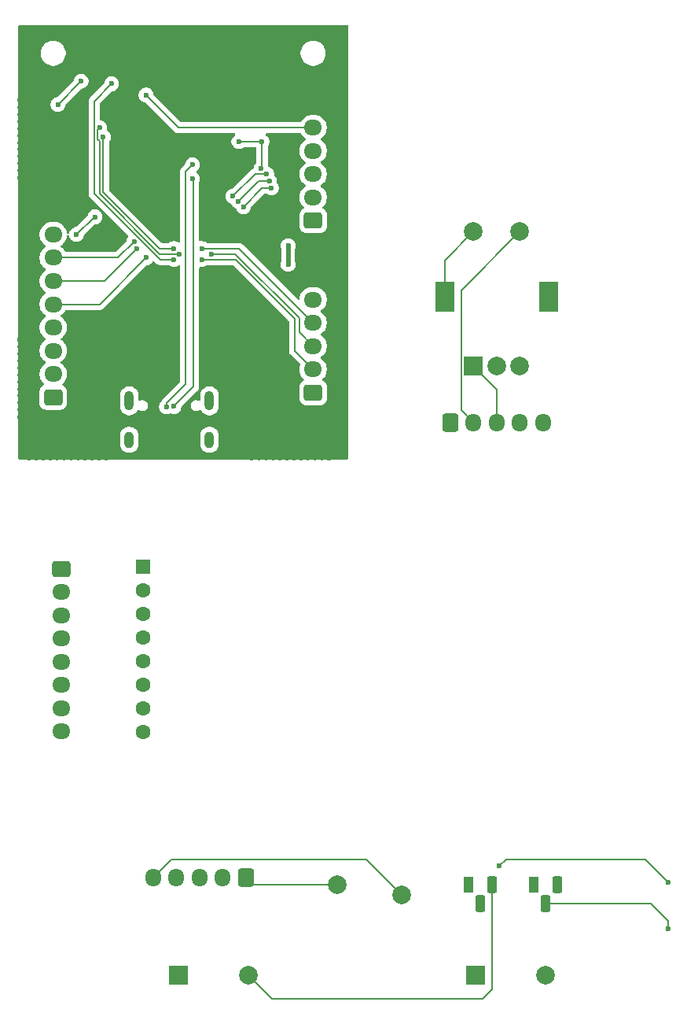
<source format=gbr>
%TF.GenerationSoftware,KiCad,Pcbnew,9.0.2*%
%TF.CreationDate,2025-07-24T13:27:54-05:00*%
%TF.ProjectId,clock,636c6f63-6b2e-46b6-9963-61645f706362,rev?*%
%TF.SameCoordinates,Original*%
%TF.FileFunction,Copper,L2,Bot*%
%TF.FilePolarity,Positive*%
%FSLAX46Y46*%
G04 Gerber Fmt 4.6, Leading zero omitted, Abs format (unit mm)*
G04 Created by KiCad (PCBNEW 9.0.2) date 2025-07-24 13:27:54*
%MOMM*%
%LPD*%
G01*
G04 APERTURE LIST*
G04 Aperture macros list*
%AMRoundRect*
0 Rectangle with rounded corners*
0 $1 Rounding radius*
0 $2 $3 $4 $5 $6 $7 $8 $9 X,Y pos of 4 corners*
0 Add a 4 corners polygon primitive as box body*
4,1,4,$2,$3,$4,$5,$6,$7,$8,$9,$2,$3,0*
0 Add four circle primitives for the rounded corners*
1,1,$1+$1,$2,$3*
1,1,$1+$1,$4,$5*
1,1,$1+$1,$6,$7*
1,1,$1+$1,$8,$9*
0 Add four rect primitives between the rounded corners*
20,1,$1+$1,$2,$3,$4,$5,0*
20,1,$1+$1,$4,$5,$6,$7,0*
20,1,$1+$1,$6,$7,$8,$9,0*
20,1,$1+$1,$8,$9,$2,$3,0*%
G04 Aperture macros list end*
%TA.AperFunction,ComponentPad*%
%ADD10C,2.000000*%
%TD*%
%TA.AperFunction,ComponentPad*%
%ADD11RoundRect,0.250000X0.725000X-0.600000X0.725000X0.600000X-0.725000X0.600000X-0.725000X-0.600000X0*%
%TD*%
%TA.AperFunction,ComponentPad*%
%ADD12O,1.950000X1.700000*%
%TD*%
%TA.AperFunction,HeatsinkPad*%
%ADD13O,1.000000X2.100000*%
%TD*%
%TA.AperFunction,HeatsinkPad*%
%ADD14O,1.000000X1.800000*%
%TD*%
%TA.AperFunction,ComponentPad*%
%ADD15R,2.000000X2.000000*%
%TD*%
%TA.AperFunction,ComponentPad*%
%ADD16R,2.000000X3.200000*%
%TD*%
%TA.AperFunction,ComponentPad*%
%ADD17R,1.524000X1.524000*%
%TD*%
%TA.AperFunction,ComponentPad*%
%ADD18C,1.600000*%
%TD*%
%TA.AperFunction,ComponentPad*%
%ADD19RoundRect,0.250000X-0.725000X0.600000X-0.725000X-0.600000X0.725000X-0.600000X0.725000X0.600000X0*%
%TD*%
%TA.AperFunction,ComponentPad*%
%ADD20R,1.100000X1.800000*%
%TD*%
%TA.AperFunction,ComponentPad*%
%ADD21RoundRect,0.275000X-0.275000X-0.625000X0.275000X-0.625000X0.275000X0.625000X-0.275000X0.625000X0*%
%TD*%
%TA.AperFunction,ComponentPad*%
%ADD22RoundRect,0.250000X-0.600000X-0.725000X0.600000X-0.725000X0.600000X0.725000X-0.600000X0.725000X0*%
%TD*%
%TA.AperFunction,ComponentPad*%
%ADD23O,1.700000X1.950000*%
%TD*%
%TA.AperFunction,ComponentPad*%
%ADD24RoundRect,0.250000X0.600000X0.725000X-0.600000X0.725000X-0.600000X-0.725000X0.600000X-0.725000X0*%
%TD*%
%TA.AperFunction,ViaPad*%
%ADD25C,0.600000*%
%TD*%
%TA.AperFunction,Conductor*%
%ADD26C,0.200000*%
%TD*%
%TA.AperFunction,Conductor*%
%ADD27C,0.500000*%
%TD*%
G04 APERTURE END LIST*
D10*
%TO.P,S1,1,1*%
%TO.N,S0*%
X113800001Y-171050000D03*
%TO.P,S1,2,2*%
%TO.N,GND*%
X106800001Y-170000000D03*
%TD*%
D11*
%TO.P,J8,1,Pin_1*%
%TO.N,GND*%
X104250000Y-117050000D03*
D12*
%TO.P,J8,2,Pin_2*%
%TO.N,S1 O*%
X104250000Y-114550000D03*
%TO.P,J8,3,Pin_3*%
%TO.N,E1A O*%
X104250000Y-112050000D03*
%TO.P,J8,4,Pin_4*%
%TO.N,E1B O*%
X104250000Y-109550000D03*
%TO.P,J8,5,Pin_5*%
%TO.N,unconnected-(J8-Pin_5-Pad5)*%
X104250000Y-107050000D03*
%TD*%
D11*
%TO.P,J6,1,Pin_1*%
%TO.N,GND*%
X76250000Y-117550000D03*
D12*
%TO.P,J6,2,Pin_2*%
%TO.N,+5V*%
X76250000Y-115050000D03*
%TO.P,J6,3,Pin_3*%
%TO.N,SCL*%
X76250000Y-112550000D03*
%TO.P,J6,4,Pin_4*%
%TO.N,SDA*%
X76250000Y-110050000D03*
%TO.P,J6,5,Pin_5*%
%TO.N,LCD-RES*%
X76250000Y-107550000D03*
%TO.P,J6,6,Pin_6*%
%TO.N,LCD-CS*%
X76250000Y-105050000D03*
%TO.P,J6,7,Pin_7*%
%TO.N,LCD-DC*%
X76250000Y-102550000D03*
%TO.P,J6,8,Pin_8*%
%TO.N,LCD-BLK*%
X76250000Y-100050000D03*
%TD*%
D11*
%TO.P,J5,1,Pin_1*%
%TO.N,GND*%
X104250000Y-98550000D03*
D12*
%TO.P,J5,2,Pin_2*%
%TO.N,+5V*%
X104250000Y-96050000D03*
%TO.P,J5,3,Pin_3*%
%TO.N,buzzer 0*%
X104250000Y-93550000D03*
%TO.P,J5,4,Pin_4*%
%TO.N,unconnected-(J5-Pin_4-Pad4)*%
X104250000Y-91050000D03*
%TO.P,J5,5,Pin_5*%
%TO.N,S0 O*%
X104250000Y-88550000D03*
%TD*%
D13*
%TO.P,J1,S1,SHIELD*%
%TO.N,GND*%
X84430000Y-117945000D03*
D14*
X84430000Y-122125000D03*
D13*
X93070000Y-117945000D03*
D14*
X93070000Y-122125000D03*
%TD*%
D15*
%TO.P,SW1,A,A*%
%TO.N,E1A*%
X121500000Y-114225000D03*
D10*
%TO.P,SW1,B,B*%
%TO.N,E1B*%
X126500000Y-114225000D03*
%TO.P,SW1,C,C*%
%TO.N,GND*%
X124000000Y-114225000D03*
D16*
%TO.P,SW1,MP,MP*%
X118400000Y-106725000D03*
X129600000Y-106725000D03*
D10*
%TO.P,SW1,S1,S1*%
%TO.N,S1*%
X126500000Y-99725000D03*
%TO.P,SW1,S2,S2*%
%TO.N,GND*%
X121500000Y-99725000D03*
%TD*%
D17*
%TO.P,LCD1,1,GND*%
%TO.N,Net-(J2-Pin_1)*%
X85900000Y-135750000D03*
D18*
%TO.P,LCD1,2,VCC*%
%TO.N,Net-(J2-Pin_2)*%
X85900000Y-138290000D03*
%TO.P,LCD1,3,SCL*%
%TO.N,Net-(J2-Pin_3)*%
X85900000Y-140830000D03*
%TO.P,LCD1,4,SDA*%
%TO.N,Net-(J2-Pin_4)*%
X85900000Y-143370000D03*
%TO.P,LCD1,5,RES*%
%TO.N,Net-(J2-Pin_5)*%
X85900000Y-145910000D03*
%TO.P,LCD1,6,DC*%
%TO.N,Net-(J2-Pin_6)*%
X85900000Y-148450000D03*
%TO.P,LCD1,7,CS*%
%TO.N,Net-(J2-Pin_7)*%
X85900000Y-150990000D03*
%TO.P,LCD1,8,BLK*%
%TO.N,Net-(J2-Pin_8)*%
X85900000Y-153530000D03*
%TD*%
D19*
%TO.P,J2,1,Pin_1*%
%TO.N,Net-(J2-Pin_1)*%
X77125000Y-136000000D03*
D12*
%TO.P,J2,2,Pin_2*%
%TO.N,Net-(J2-Pin_2)*%
X77125000Y-138500000D03*
%TO.P,J2,3,Pin_3*%
%TO.N,Net-(J2-Pin_3)*%
X77125000Y-141000000D03*
%TO.P,J2,4,Pin_4*%
%TO.N,Net-(J2-Pin_4)*%
X77125000Y-143500000D03*
%TO.P,J2,5,Pin_5*%
%TO.N,Net-(J2-Pin_5)*%
X77125000Y-146000000D03*
%TO.P,J2,6,Pin_6*%
%TO.N,Net-(J2-Pin_6)*%
X77125000Y-148500000D03*
%TO.P,J2,7,Pin_7*%
%TO.N,Net-(J2-Pin_7)*%
X77125000Y-151000000D03*
%TO.P,J2,8,Pin_8*%
%TO.N,Net-(J2-Pin_8)*%
X77125000Y-153500000D03*
%TD*%
D20*
%TO.P,Q2,1,E*%
%TO.N,GND*%
X128030001Y-169955000D03*
D21*
%TO.P,Q2,2,B*%
%TO.N,Net-(Q2-B)*%
X129300001Y-172025000D03*
%TO.P,Q2,3,C*%
%TO.N,Net-(BZ2--)*%
X130570001Y-169955000D03*
%TD*%
D15*
%TO.P,BZ1,1,+*%
%TO.N,+5V*%
X89700001Y-179750000D03*
D10*
%TO.P,BZ1,2,-*%
%TO.N,Net-(BZ1--)*%
X97300001Y-179750000D03*
%TD*%
D20*
%TO.P,Q1,1,E*%
%TO.N,GND*%
X120960001Y-169975000D03*
D21*
%TO.P,Q1,2,B*%
%TO.N,Net-(Q1-B)*%
X122230001Y-172045000D03*
%TO.P,Q1,3,C*%
%TO.N,Net-(BZ1--)*%
X123500001Y-169975000D03*
%TD*%
D22*
%TO.P,J4,1,Pin_1*%
%TO.N,GND*%
X119000000Y-120250000D03*
D23*
%TO.P,J4,2,Pin_2*%
%TO.N,S1*%
X121500000Y-120250000D03*
%TO.P,J4,3,Pin_3*%
%TO.N,E1A*%
X124000000Y-120250000D03*
%TO.P,J4,4,Pin_4*%
%TO.N,E1B*%
X126500000Y-120250000D03*
%TO.P,J4,5,Pin_5*%
%TO.N,Row 1*%
X129000000Y-120250000D03*
%TD*%
D24*
%TO.P,J3,1,Pin_1*%
%TO.N,GND*%
X97000000Y-169224999D03*
D23*
%TO.P,J3,2,Pin_2*%
%TO.N,+5V*%
X94500000Y-169224999D03*
%TO.P,J3,3,Pin_3*%
%TO.N,buzzer*%
X92000000Y-169224999D03*
%TO.P,J3,4,Pin_4*%
%TO.N,unconnected-(J3-Pin_4-Pad4)*%
X89500000Y-169224999D03*
%TO.P,J3,5,Pin_5*%
%TO.N,S0*%
X87000000Y-169224999D03*
%TD*%
D15*
%TO.P,BZ2,1,+*%
%TO.N,+5V*%
X121700001Y-179750000D03*
D10*
%TO.P,BZ2,2,-*%
%TO.N,Net-(BZ2--)*%
X129300001Y-179750000D03*
%TD*%
D25*
%TO.N,LCD-RES*%
X98643255Y-92936099D03*
%TO.N,+5V*%
X101551000Y-103250000D03*
X101551000Y-101250000D03*
%TO.N,E1A O*%
X81250000Y-88550000D03*
X93250000Y-102150000D03*
X89815687Y-102150000D03*
%TO.N,E1B O*%
X81650000Y-89550000D03*
X92250000Y-101550000D03*
X89250000Y-101550000D03*
%TO.N,S1 O*%
X89250000Y-102750000D03*
X92250000Y-102750000D03*
X82536092Y-83836092D03*
%TO.N,D+*%
X91250000Y-92550000D03*
X88451137Y-118592687D03*
%TO.N,D-*%
X91250000Y-94050000D03*
X89250000Y-118550000D03*
%TO.N,+3V3*%
X95250000Y-104550000D03*
X99250000Y-79550000D03*
X84500000Y-80500000D03*
%TO.N,LCD-RES*%
X98735735Y-90064265D03*
X96250000Y-90050000D03*
X86250000Y-102550000D03*
%TO.N,SCL*%
X76750000Y-86050000D03*
X79250000Y-83550000D03*
%TO.N,LCD-CS*%
X85250000Y-101550000D03*
X96750000Y-97050000D03*
X99750000Y-95050000D03*
%TO.N,LCD-BLK*%
X99244255Y-93536099D03*
X78750000Y-100050000D03*
X80750000Y-98150000D03*
X95618626Y-95918626D03*
%TO.N,LCD-DC*%
X96184313Y-96484313D03*
X99549816Y-94275448D03*
X84959156Y-100804742D03*
%TO.N,S0 O*%
X86250000Y-85050000D03*
%TO.N,Net-(Q1-B)*%
X142500001Y-169750000D03*
X124305736Y-167944265D03*
%TO.N,Net-(Q2-B)*%
X142500001Y-174750000D03*
%TD*%
D26*
%TO.N,LCD-RES*%
X98750000Y-92829354D02*
X98750000Y-90078530D01*
X98643255Y-92936099D02*
X98750000Y-92829354D01*
X98750000Y-90078530D02*
X98735735Y-90064265D01*
D27*
%TO.N,+5V*%
X101551000Y-101250000D02*
X101551000Y-103250000D01*
D26*
%TO.N,E1A O*%
X95850000Y-102150000D02*
X93250000Y-102150000D01*
X102750000Y-109050000D02*
X95850000Y-102150000D01*
X81250000Y-95681372D02*
X81250000Y-90550000D01*
X89815687Y-102150000D02*
X89850000Y-102115687D01*
X81250000Y-89998529D02*
X81050000Y-89798529D01*
X102750000Y-110550000D02*
X104250000Y-112050000D01*
X81050000Y-88750000D02*
X81250000Y-88550000D01*
X87718628Y-102150000D02*
X81250000Y-95681372D01*
X81050000Y-89798529D02*
X81050000Y-88750000D01*
X89815687Y-102150000D02*
X87718628Y-102150000D01*
X102750000Y-109050000D02*
X102750000Y-110550000D01*
X81250000Y-90550000D02*
X81250000Y-89998529D01*
%TO.N,E1B O*%
X104250000Y-109550000D02*
X96250000Y-101550000D01*
X81650000Y-95515686D02*
X81650000Y-89550000D01*
X96250000Y-101550000D02*
X92250000Y-101550000D01*
X87684314Y-101550000D02*
X81967157Y-95832843D01*
X81967157Y-95832843D02*
X81650000Y-95515686D01*
X89250000Y-101550000D02*
X87684314Y-101550000D01*
%TO.N,S1 O*%
X87752943Y-102750000D02*
X80650000Y-95647057D01*
X95884314Y-102750000D02*
X102250000Y-109115686D01*
X80650000Y-85722184D02*
X82536092Y-83836092D01*
X89250000Y-102750000D02*
X87752943Y-102750000D01*
X102250000Y-109115686D02*
X102250000Y-112550000D01*
X92250000Y-102750000D02*
X95884314Y-102750000D01*
X80650000Y-95647057D02*
X80650000Y-85722184D01*
X102250000Y-112550000D02*
X104250000Y-114550000D01*
%TO.N,S1*%
X120200000Y-118950000D02*
X120200000Y-106025000D01*
X121500000Y-120250000D02*
X120200000Y-118950000D01*
X120200000Y-106025000D02*
X126500000Y-99725000D01*
%TO.N,GND*%
X118400000Y-102825000D02*
X118400000Y-106725000D01*
X121500000Y-99725000D02*
X118400000Y-102825000D01*
X97775001Y-170000000D02*
X97000000Y-169224999D01*
X106800001Y-170000000D02*
X97775001Y-170000000D01*
%TO.N,D+*%
X88451137Y-118592687D02*
X88451137Y-118198863D01*
X90525000Y-116125000D02*
X90525000Y-93275000D01*
X88451137Y-118198863D02*
X90525000Y-116125000D01*
X90525000Y-93275000D02*
X91250000Y-92550000D01*
%TO.N,D-*%
X91250000Y-94050000D02*
X91375000Y-94175000D01*
X91375000Y-116425000D02*
X89250000Y-118550000D01*
X91375000Y-94175000D02*
X91375000Y-116425000D01*
%TO.N,S0*%
X110000001Y-167250000D02*
X113800001Y-171050000D01*
X87000000Y-169224999D02*
X88974999Y-167250000D01*
X88974999Y-167250000D02*
X110000001Y-167250000D01*
%TO.N,LCD-RES*%
X98721470Y-90050000D02*
X96250000Y-90050000D01*
X76250000Y-107550000D02*
X81250000Y-107550000D01*
X81250000Y-107550000D02*
X86250000Y-102550000D01*
X98735735Y-90064265D02*
X98721470Y-90050000D01*
%TO.N,Net-(BZ1--)*%
X123500001Y-181250000D02*
X122500001Y-182250000D01*
X122500001Y-182250000D02*
X99800001Y-182250000D01*
X99800001Y-182250000D02*
X97300001Y-179750000D01*
X123500001Y-170750000D02*
X123500001Y-181250000D01*
%TO.N,SCL*%
X76750000Y-86050000D02*
X79250000Y-83550000D01*
%TO.N,E1A*%
X124000000Y-120250000D02*
X124000000Y-116725000D01*
X124000000Y-116725000D02*
X121500000Y-114225000D01*
%TO.N,LCD-CS*%
X76250000Y-105050000D02*
X81750000Y-105050000D01*
X99750000Y-95050000D02*
X98750000Y-95050000D01*
X81750000Y-105050000D02*
X85250000Y-101550000D01*
X98750000Y-95050000D02*
X96750000Y-97050000D01*
%TO.N,LCD-BLK*%
X80650000Y-98150000D02*
X78750000Y-100050000D01*
X95618626Y-95918626D02*
X98001153Y-93536099D01*
X80750000Y-98150000D02*
X80650000Y-98150000D01*
X98001153Y-93536099D02*
X99244255Y-93536099D01*
%TO.N,LCD-DC*%
X76250000Y-102550000D02*
X83213898Y-102550000D01*
X96184313Y-96484313D02*
X98393178Y-94275448D01*
X83213898Y-102550000D02*
X84959156Y-100804742D01*
X98393178Y-94275448D02*
X99549816Y-94275448D01*
%TO.N,S0 O*%
X89750000Y-88550000D02*
X104250000Y-88550000D01*
X86250000Y-85050000D02*
X89750000Y-88550000D01*
%TO.N,Net-(Q1-B)*%
X124305736Y-167944265D02*
X125000001Y-167250000D01*
X125000001Y-167250000D02*
X140000001Y-167250000D01*
X140000001Y-167250000D02*
X142500001Y-169750000D01*
%TO.N,Net-(Q2-B)*%
X129230001Y-172020000D02*
X140632501Y-172020000D01*
X142500001Y-173887500D02*
X142500001Y-174750000D01*
X140632501Y-172020000D02*
X142500001Y-173887500D01*
%TD*%
%TA.AperFunction,Conductor*%
%TO.N,+3V3*%
G36*
X107942539Y-77520185D02*
G01*
X107988294Y-77572989D01*
X107999500Y-77624500D01*
X107999500Y-124125500D01*
X107979815Y-124192539D01*
X107927011Y-124238294D01*
X107875500Y-124249500D01*
X106631491Y-124249500D01*
X106296618Y-124287231D01*
X106296602Y-124287233D01*
X105968044Y-124362224D01*
X105968037Y-124362226D01*
X105966494Y-124362766D01*
X105966092Y-124362786D01*
X105964706Y-124363186D01*
X105964612Y-124362861D01*
X105896715Y-124366317D01*
X105863559Y-124353105D01*
X105743189Y-124283609D01*
X105743186Y-124283608D01*
X105615892Y-124249500D01*
X105484108Y-124249500D01*
X105356814Y-124283608D01*
X105356813Y-124283608D01*
X105356811Y-124283609D01*
X105356810Y-124283609D01*
X105237000Y-124352782D01*
X105169100Y-124369255D01*
X105113000Y-124352782D01*
X104993189Y-124283609D01*
X104993186Y-124283608D01*
X104865892Y-124249500D01*
X104734108Y-124249500D01*
X104606814Y-124283608D01*
X104606813Y-124283608D01*
X104606811Y-124283609D01*
X104606810Y-124283609D01*
X104487000Y-124352782D01*
X104419100Y-124369255D01*
X104363000Y-124352782D01*
X104243189Y-124283609D01*
X104243186Y-124283608D01*
X104115892Y-124249500D01*
X103984108Y-124249500D01*
X103856814Y-124283608D01*
X103856813Y-124283608D01*
X103856811Y-124283609D01*
X103856810Y-124283609D01*
X103737000Y-124352782D01*
X103669100Y-124369255D01*
X103613000Y-124352782D01*
X103493189Y-124283609D01*
X103493186Y-124283608D01*
X103365892Y-124249500D01*
X103234108Y-124249500D01*
X103106814Y-124283608D01*
X103106813Y-124283608D01*
X103106811Y-124283609D01*
X103106810Y-124283609D01*
X102987000Y-124352782D01*
X102919100Y-124369255D01*
X102863000Y-124352782D01*
X102743189Y-124283609D01*
X102743186Y-124283608D01*
X102615892Y-124249500D01*
X102484108Y-124249500D01*
X102356814Y-124283608D01*
X102356813Y-124283608D01*
X102356811Y-124283609D01*
X102356810Y-124283609D01*
X102237000Y-124352782D01*
X102169100Y-124369255D01*
X102113000Y-124352782D01*
X101993189Y-124283609D01*
X101993186Y-124283608D01*
X101865892Y-124249500D01*
X101734108Y-124249500D01*
X101606814Y-124283608D01*
X101606813Y-124283608D01*
X101606811Y-124283609D01*
X101606810Y-124283609D01*
X101487000Y-124352782D01*
X101419100Y-124369255D01*
X101363000Y-124352782D01*
X101243189Y-124283609D01*
X101243186Y-124283608D01*
X101115892Y-124249500D01*
X100984108Y-124249500D01*
X100856814Y-124283608D01*
X100856813Y-124283608D01*
X100856811Y-124283609D01*
X100856810Y-124283609D01*
X100737000Y-124352782D01*
X100669100Y-124369255D01*
X100613000Y-124352782D01*
X100493189Y-124283609D01*
X100493186Y-124283608D01*
X100365892Y-124249500D01*
X100234108Y-124249500D01*
X100106814Y-124283608D01*
X100106813Y-124283608D01*
X100106811Y-124283609D01*
X100106810Y-124283609D01*
X99987000Y-124352782D01*
X99919100Y-124369255D01*
X99863000Y-124352782D01*
X99743189Y-124283609D01*
X99743186Y-124283608D01*
X99615892Y-124249500D01*
X99484108Y-124249500D01*
X99356814Y-124283608D01*
X99356813Y-124283608D01*
X99356811Y-124283609D01*
X99356810Y-124283609D01*
X99237000Y-124352782D01*
X99169100Y-124369255D01*
X99113000Y-124352782D01*
X98993189Y-124283609D01*
X98993186Y-124283608D01*
X98865892Y-124249500D01*
X98734108Y-124249500D01*
X98606814Y-124283608D01*
X98606813Y-124283608D01*
X98606811Y-124283609D01*
X98606810Y-124283609D01*
X98487000Y-124352782D01*
X98419100Y-124369255D01*
X98363000Y-124352782D01*
X98243189Y-124283609D01*
X98243186Y-124283608D01*
X98115892Y-124249500D01*
X97984108Y-124249500D01*
X97856814Y-124283608D01*
X97856813Y-124283608D01*
X97856811Y-124283609D01*
X97856810Y-124283609D01*
X97736440Y-124353105D01*
X97668540Y-124369578D01*
X97635320Y-124363117D01*
X97635300Y-124363188D01*
X97634498Y-124362957D01*
X97633490Y-124362761D01*
X97631962Y-124362226D01*
X97631948Y-124362222D01*
X97303397Y-124287233D01*
X97303381Y-124287231D01*
X96968508Y-124249500D01*
X96968504Y-124249500D01*
X96865892Y-124249500D01*
X82865892Y-124249500D01*
X82800000Y-124249500D01*
X82631496Y-124249500D01*
X82631491Y-124249500D01*
X82296618Y-124287231D01*
X82296602Y-124287233D01*
X81968044Y-124362224D01*
X81968037Y-124362226D01*
X81966494Y-124362766D01*
X81966092Y-124362786D01*
X81964706Y-124363186D01*
X81964612Y-124362861D01*
X81896715Y-124366317D01*
X81863559Y-124353105D01*
X81743189Y-124283609D01*
X81743186Y-124283608D01*
X81615892Y-124249500D01*
X81484108Y-124249500D01*
X81356814Y-124283608D01*
X81356813Y-124283608D01*
X81356811Y-124283609D01*
X81356810Y-124283609D01*
X81237000Y-124352782D01*
X81169100Y-124369255D01*
X81113000Y-124352782D01*
X80993189Y-124283609D01*
X80993186Y-124283608D01*
X80865892Y-124249500D01*
X80734108Y-124249500D01*
X80606814Y-124283608D01*
X80606813Y-124283608D01*
X80606811Y-124283609D01*
X80606810Y-124283609D01*
X80487000Y-124352782D01*
X80419100Y-124369255D01*
X80363000Y-124352782D01*
X80243189Y-124283609D01*
X80243186Y-124283608D01*
X80115892Y-124249500D01*
X79984108Y-124249500D01*
X79856814Y-124283608D01*
X79856813Y-124283608D01*
X79856811Y-124283609D01*
X79856810Y-124283609D01*
X79737000Y-124352782D01*
X79669100Y-124369255D01*
X79613000Y-124352782D01*
X79493189Y-124283609D01*
X79493186Y-124283608D01*
X79365892Y-124249500D01*
X79234108Y-124249500D01*
X79106814Y-124283608D01*
X79106813Y-124283608D01*
X79106811Y-124283609D01*
X79106810Y-124283609D01*
X78987000Y-124352782D01*
X78919100Y-124369255D01*
X78863000Y-124352782D01*
X78743189Y-124283609D01*
X78743186Y-124283608D01*
X78615892Y-124249500D01*
X78484108Y-124249500D01*
X78356814Y-124283608D01*
X78356813Y-124283608D01*
X78356811Y-124283609D01*
X78356810Y-124283609D01*
X78237000Y-124352782D01*
X78169100Y-124369255D01*
X78113000Y-124352782D01*
X77993189Y-124283609D01*
X77993186Y-124283608D01*
X77865892Y-124249500D01*
X77734108Y-124249500D01*
X77606814Y-124283608D01*
X77606813Y-124283608D01*
X77606811Y-124283609D01*
X77606810Y-124283609D01*
X77487000Y-124352782D01*
X77419100Y-124369255D01*
X77363000Y-124352782D01*
X77243189Y-124283609D01*
X77243186Y-124283608D01*
X77115892Y-124249500D01*
X76984108Y-124249500D01*
X76856814Y-124283608D01*
X76856813Y-124283608D01*
X76856811Y-124283609D01*
X76856810Y-124283609D01*
X76737000Y-124352782D01*
X76669100Y-124369255D01*
X76613000Y-124352782D01*
X76493189Y-124283609D01*
X76493186Y-124283608D01*
X76365892Y-124249500D01*
X76234108Y-124249500D01*
X76106814Y-124283608D01*
X76106813Y-124283608D01*
X76106811Y-124283609D01*
X76106810Y-124283609D01*
X75987000Y-124352782D01*
X75919100Y-124369255D01*
X75863000Y-124352782D01*
X75743189Y-124283609D01*
X75743186Y-124283608D01*
X75615892Y-124249500D01*
X75484108Y-124249500D01*
X75356814Y-124283608D01*
X75356813Y-124283608D01*
X75356811Y-124283609D01*
X75356810Y-124283609D01*
X75237000Y-124352782D01*
X75169100Y-124369255D01*
X75113000Y-124352782D01*
X74993189Y-124283609D01*
X74993186Y-124283608D01*
X74865892Y-124249500D01*
X74734108Y-124249500D01*
X74606814Y-124283608D01*
X74606813Y-124283608D01*
X74606811Y-124283609D01*
X74606810Y-124283609D01*
X74487000Y-124352782D01*
X74419100Y-124369255D01*
X74363000Y-124352782D01*
X74243189Y-124283609D01*
X74243186Y-124283608D01*
X74115892Y-124249500D01*
X73984108Y-124249500D01*
X73856814Y-124283608D01*
X73856813Y-124283608D01*
X73856811Y-124283609D01*
X73856810Y-124283609D01*
X73736440Y-124353105D01*
X73668540Y-124369578D01*
X73635320Y-124363117D01*
X73635300Y-124363188D01*
X73634498Y-124362957D01*
X73633490Y-124362761D01*
X73631962Y-124362226D01*
X73631948Y-124362222D01*
X73303397Y-124287233D01*
X73303381Y-124287231D01*
X72968508Y-124249500D01*
X72968504Y-124249500D01*
X72865892Y-124249500D01*
X72624500Y-124249500D01*
X72557461Y-124229815D01*
X72511706Y-124177011D01*
X72500500Y-124125500D01*
X72500500Y-122623543D01*
X83429499Y-122623543D01*
X83467947Y-122816829D01*
X83467950Y-122816839D01*
X83543364Y-122998907D01*
X83543371Y-122998920D01*
X83652860Y-123162781D01*
X83652863Y-123162785D01*
X83792214Y-123302136D01*
X83792218Y-123302139D01*
X83956079Y-123411628D01*
X83956092Y-123411635D01*
X84138160Y-123487049D01*
X84138165Y-123487051D01*
X84138169Y-123487051D01*
X84138170Y-123487052D01*
X84331456Y-123525500D01*
X84331459Y-123525500D01*
X84528543Y-123525500D01*
X84658582Y-123499632D01*
X84721835Y-123487051D01*
X84903914Y-123411632D01*
X85067782Y-123302139D01*
X85207139Y-123162782D01*
X85316632Y-122998914D01*
X85392051Y-122816835D01*
X85430500Y-122623543D01*
X92069499Y-122623543D01*
X92107947Y-122816829D01*
X92107950Y-122816839D01*
X92183364Y-122998907D01*
X92183371Y-122998920D01*
X92292860Y-123162781D01*
X92292863Y-123162785D01*
X92432214Y-123302136D01*
X92432218Y-123302139D01*
X92596079Y-123411628D01*
X92596092Y-123411635D01*
X92778160Y-123487049D01*
X92778165Y-123487051D01*
X92778169Y-123487051D01*
X92778170Y-123487052D01*
X92971456Y-123525500D01*
X92971459Y-123525500D01*
X93168543Y-123525500D01*
X93298582Y-123499632D01*
X93361835Y-123487051D01*
X93543914Y-123411632D01*
X93707782Y-123302139D01*
X93847139Y-123162782D01*
X93956632Y-122998914D01*
X94032051Y-122816835D01*
X94070500Y-122623541D01*
X94070500Y-121626459D01*
X94070500Y-121626456D01*
X94032052Y-121433170D01*
X94032051Y-121433169D01*
X94032051Y-121433165D01*
X94032049Y-121433160D01*
X93956635Y-121251092D01*
X93956628Y-121251079D01*
X93847139Y-121087218D01*
X93847136Y-121087214D01*
X93707785Y-120947863D01*
X93707781Y-120947860D01*
X93543920Y-120838371D01*
X93543907Y-120838364D01*
X93361839Y-120762950D01*
X93361829Y-120762947D01*
X93168543Y-120724500D01*
X93168541Y-120724500D01*
X92971459Y-120724500D01*
X92971457Y-120724500D01*
X92778170Y-120762947D01*
X92778160Y-120762950D01*
X92596092Y-120838364D01*
X92596079Y-120838371D01*
X92432218Y-120947860D01*
X92432214Y-120947863D01*
X92292863Y-121087214D01*
X92292860Y-121087218D01*
X92183371Y-121251079D01*
X92183364Y-121251092D01*
X92107950Y-121433160D01*
X92107947Y-121433170D01*
X92069500Y-121626456D01*
X92069500Y-121626459D01*
X92069500Y-122623541D01*
X92069500Y-122623543D01*
X92069499Y-122623543D01*
X85430500Y-122623543D01*
X85430500Y-122623541D01*
X85430500Y-121626459D01*
X85430500Y-121626456D01*
X85392052Y-121433170D01*
X85392051Y-121433169D01*
X85392051Y-121433165D01*
X85392049Y-121433160D01*
X85316635Y-121251092D01*
X85316628Y-121251079D01*
X85207139Y-121087218D01*
X85207136Y-121087214D01*
X85067785Y-120947863D01*
X85067781Y-120947860D01*
X84903920Y-120838371D01*
X84903907Y-120838364D01*
X84721839Y-120762950D01*
X84721829Y-120762947D01*
X84528543Y-120724500D01*
X84528541Y-120724500D01*
X84331459Y-120724500D01*
X84331457Y-120724500D01*
X84138170Y-120762947D01*
X84138160Y-120762950D01*
X83956092Y-120838364D01*
X83956079Y-120838371D01*
X83792218Y-120947860D01*
X83792214Y-120947863D01*
X83652863Y-121087214D01*
X83652860Y-121087218D01*
X83543371Y-121251079D01*
X83543364Y-121251092D01*
X83467950Y-121433160D01*
X83467947Y-121433170D01*
X83429500Y-121626456D01*
X83429500Y-121626459D01*
X83429500Y-122623541D01*
X83429500Y-122623543D01*
X83429499Y-122623543D01*
X72500500Y-122623543D01*
X72500500Y-120331493D01*
X72500499Y-120331491D01*
X72462768Y-119996618D01*
X72462767Y-119996606D01*
X72387776Y-119668046D01*
X72387239Y-119666514D01*
X72387219Y-119666114D01*
X72386812Y-119664700D01*
X72387142Y-119664604D01*
X72383677Y-119596736D01*
X72396895Y-119563557D01*
X72400498Y-119557315D01*
X72400500Y-119557314D01*
X72466392Y-119443186D01*
X72500500Y-119315892D01*
X72500500Y-119184108D01*
X72466392Y-119056814D01*
X72400500Y-118942686D01*
X72400498Y-118942684D01*
X72397217Y-118937001D01*
X72380744Y-118869101D01*
X72397217Y-118812999D01*
X72400498Y-118807315D01*
X72400500Y-118807314D01*
X72466392Y-118693186D01*
X72500500Y-118565892D01*
X72500500Y-118434108D01*
X72466392Y-118306814D01*
X72400500Y-118192686D01*
X72400498Y-118192684D01*
X72397217Y-118187001D01*
X72380744Y-118119101D01*
X72397217Y-118062999D01*
X72400498Y-118057315D01*
X72400500Y-118057314D01*
X72466392Y-117943186D01*
X72500500Y-117815892D01*
X72500500Y-117684108D01*
X72466392Y-117556814D01*
X72400500Y-117442686D01*
X72400498Y-117442684D01*
X72397217Y-117437001D01*
X72380744Y-117369101D01*
X72397217Y-117312999D01*
X72400498Y-117307315D01*
X72400500Y-117307314D01*
X72466392Y-117193186D01*
X72500500Y-117065892D01*
X72500500Y-116934108D01*
X72466392Y-116806814D01*
X72400500Y-116692686D01*
X72400498Y-116692684D01*
X72397217Y-116687001D01*
X72380744Y-116619101D01*
X72397217Y-116562999D01*
X72400498Y-116557315D01*
X72400500Y-116557314D01*
X72466392Y-116443186D01*
X72500500Y-116315892D01*
X72500500Y-116184108D01*
X72466392Y-116056814D01*
X72400500Y-115942686D01*
X72400498Y-115942684D01*
X72397217Y-115937001D01*
X72380744Y-115869101D01*
X72397217Y-115812999D01*
X72400498Y-115807315D01*
X72400500Y-115807314D01*
X72466392Y-115693186D01*
X72500500Y-115565892D01*
X72500500Y-115434108D01*
X72466392Y-115306814D01*
X72400500Y-115192686D01*
X72400498Y-115192684D01*
X72397217Y-115187001D01*
X72380744Y-115119101D01*
X72397217Y-115062999D01*
X72400498Y-115057315D01*
X72400500Y-115057314D01*
X72466392Y-114943186D01*
X72500500Y-114815892D01*
X72500500Y-114684108D01*
X72466392Y-114556814D01*
X72400500Y-114442686D01*
X72400498Y-114442684D01*
X72397217Y-114437001D01*
X72380744Y-114369101D01*
X72397217Y-114312999D01*
X72400498Y-114307315D01*
X72400500Y-114307314D01*
X72466392Y-114193186D01*
X72500500Y-114065892D01*
X72500500Y-113934108D01*
X72466392Y-113806814D01*
X72400500Y-113692686D01*
X72400498Y-113692684D01*
X72397217Y-113687001D01*
X72380744Y-113619101D01*
X72397217Y-113562999D01*
X72400498Y-113557315D01*
X72400500Y-113557314D01*
X72466392Y-113443186D01*
X72500500Y-113315892D01*
X72500500Y-113184108D01*
X72466392Y-113056814D01*
X72400500Y-112942686D01*
X72400498Y-112942684D01*
X72397217Y-112937001D01*
X72380744Y-112869101D01*
X72397217Y-112812999D01*
X72400498Y-112807315D01*
X72400500Y-112807314D01*
X72466392Y-112693186D01*
X72500500Y-112565892D01*
X72500500Y-112434108D01*
X72466392Y-112306814D01*
X72400500Y-112192686D01*
X72400498Y-112192684D01*
X72397217Y-112187001D01*
X72380744Y-112119101D01*
X72397217Y-112062999D01*
X72400498Y-112057315D01*
X72400500Y-112057314D01*
X72466392Y-111943186D01*
X72500500Y-111815892D01*
X72500500Y-111684108D01*
X72466392Y-111556814D01*
X72400500Y-111442686D01*
X72400497Y-111442683D01*
X72396894Y-111436442D01*
X72380421Y-111368542D01*
X72386884Y-111335326D01*
X72386811Y-111335305D01*
X72387050Y-111334473D01*
X72387246Y-111333469D01*
X72387775Y-111331957D01*
X72387776Y-111331953D01*
X72395069Y-111300000D01*
X72462767Y-111003394D01*
X72500500Y-110668504D01*
X72500500Y-110500000D01*
X72500500Y-110434108D01*
X72500500Y-99943713D01*
X74774500Y-99943713D01*
X74774500Y-100156287D01*
X74784180Y-100217401D01*
X74807753Y-100366239D01*
X74807753Y-100366241D01*
X74807754Y-100366243D01*
X74870803Y-100560288D01*
X74873444Y-100568414D01*
X74969951Y-100757820D01*
X75094890Y-100929786D01*
X75245209Y-101080105D01*
X75245214Y-101080109D01*
X75409793Y-101199682D01*
X75452459Y-101255011D01*
X75458438Y-101324625D01*
X75425833Y-101386420D01*
X75409793Y-101400318D01*
X75245214Y-101519890D01*
X75245209Y-101519894D01*
X75094890Y-101670213D01*
X74969951Y-101842179D01*
X74873444Y-102031585D01*
X74807753Y-102233760D01*
X74774500Y-102443713D01*
X74774500Y-102656287D01*
X74807754Y-102866243D01*
X74870804Y-103060291D01*
X74873444Y-103068414D01*
X74969951Y-103257820D01*
X75094890Y-103429786D01*
X75245209Y-103580105D01*
X75245214Y-103580109D01*
X75409793Y-103699682D01*
X75452459Y-103755011D01*
X75458438Y-103824625D01*
X75425833Y-103886420D01*
X75409793Y-103900318D01*
X75245214Y-104019890D01*
X75245209Y-104019894D01*
X75094890Y-104170213D01*
X74969951Y-104342179D01*
X74873444Y-104531585D01*
X74807753Y-104733760D01*
X74774500Y-104943713D01*
X74774500Y-105156286D01*
X74807753Y-105366239D01*
X74873444Y-105568414D01*
X74969951Y-105757820D01*
X75094890Y-105929786D01*
X75245209Y-106080105D01*
X75245214Y-106080109D01*
X75409793Y-106199682D01*
X75452459Y-106255011D01*
X75458438Y-106324625D01*
X75425833Y-106386420D01*
X75409793Y-106400318D01*
X75245214Y-106519890D01*
X75245209Y-106519894D01*
X75094890Y-106670213D01*
X74969951Y-106842179D01*
X74873444Y-107031585D01*
X74807753Y-107233760D01*
X74786771Y-107366239D01*
X74774500Y-107443713D01*
X74774500Y-107656287D01*
X74807754Y-107866243D01*
X74861130Y-108030518D01*
X74873444Y-108068414D01*
X74969951Y-108257820D01*
X75094890Y-108429786D01*
X75245209Y-108580105D01*
X75245214Y-108580109D01*
X75409793Y-108699682D01*
X75452459Y-108755011D01*
X75458438Y-108824625D01*
X75425833Y-108886420D01*
X75409793Y-108900318D01*
X75245214Y-109019890D01*
X75245209Y-109019894D01*
X75094890Y-109170213D01*
X74969951Y-109342179D01*
X74873444Y-109531585D01*
X74807753Y-109733760D01*
X74786771Y-109866239D01*
X74774500Y-109943713D01*
X74774500Y-110156287D01*
X74807754Y-110366243D01*
X74851214Y-110500000D01*
X74873444Y-110568414D01*
X74969951Y-110757820D01*
X75094890Y-110929786D01*
X75245209Y-111080105D01*
X75245214Y-111080109D01*
X75409793Y-111199682D01*
X75452459Y-111255011D01*
X75458438Y-111324625D01*
X75425833Y-111386420D01*
X75409793Y-111400318D01*
X75245214Y-111519890D01*
X75245209Y-111519894D01*
X75094890Y-111670213D01*
X74969951Y-111842179D01*
X74873444Y-112031585D01*
X74807753Y-112233760D01*
X74776021Y-112434108D01*
X74774500Y-112443713D01*
X74774500Y-112656287D01*
X74807754Y-112866243D01*
X74863428Y-113037590D01*
X74873444Y-113068414D01*
X74969951Y-113257820D01*
X75094890Y-113429786D01*
X75245209Y-113580105D01*
X75245214Y-113580109D01*
X75409793Y-113699682D01*
X75452459Y-113755011D01*
X75458438Y-113824625D01*
X75425833Y-113886420D01*
X75409793Y-113900318D01*
X75245214Y-114019890D01*
X75245209Y-114019894D01*
X75094890Y-114170213D01*
X74969951Y-114342179D01*
X74873444Y-114531585D01*
X74807753Y-114733760D01*
X74794745Y-114815890D01*
X74774500Y-114943713D01*
X74774500Y-115156287D01*
X74807754Y-115366243D01*
X74872624Y-115565892D01*
X74873444Y-115568414D01*
X74969951Y-115757820D01*
X75094890Y-115929786D01*
X75233705Y-116068601D01*
X75267190Y-116129924D01*
X75262206Y-116199616D01*
X75220334Y-116255549D01*
X75211121Y-116261821D01*
X75056342Y-116357289D01*
X74932289Y-116481342D01*
X74840187Y-116630663D01*
X74840185Y-116630668D01*
X74812349Y-116714670D01*
X74785001Y-116797203D01*
X74785001Y-116797204D01*
X74785000Y-116797204D01*
X74774500Y-116899983D01*
X74774500Y-118200001D01*
X74774501Y-118200018D01*
X74785000Y-118302796D01*
X74785001Y-118302799D01*
X74828513Y-118434108D01*
X74840186Y-118469334D01*
X74932288Y-118618656D01*
X75056344Y-118742712D01*
X75205666Y-118834814D01*
X75372203Y-118889999D01*
X75474991Y-118900500D01*
X77025008Y-118900499D01*
X77127797Y-118889999D01*
X77294334Y-118834814D01*
X77443656Y-118742712D01*
X77567712Y-118618656D01*
X77583202Y-118593543D01*
X83429499Y-118593543D01*
X83467947Y-118786829D01*
X83467950Y-118786839D01*
X83543364Y-118968907D01*
X83543371Y-118968920D01*
X83652860Y-119132781D01*
X83652863Y-119132785D01*
X83792214Y-119272136D01*
X83792218Y-119272139D01*
X83956079Y-119381628D01*
X83956092Y-119381635D01*
X84138160Y-119457049D01*
X84138165Y-119457051D01*
X84138169Y-119457051D01*
X84138170Y-119457052D01*
X84331456Y-119495500D01*
X84331459Y-119495500D01*
X84528543Y-119495500D01*
X84658582Y-119469632D01*
X84721835Y-119457051D01*
X84903914Y-119381632D01*
X85067782Y-119272139D01*
X85207139Y-119132782D01*
X85316632Y-118968914D01*
X85320540Y-118959478D01*
X85364376Y-118905074D01*
X85430669Y-118883004D01*
X85498369Y-118900279D01*
X85503028Y-118903432D01*
X85506633Y-118905513D01*
X85506635Y-118905515D01*
X85637865Y-118981281D01*
X85784234Y-119020500D01*
X85784236Y-119020500D01*
X85935764Y-119020500D01*
X85935766Y-119020500D01*
X86082135Y-118981281D01*
X86213365Y-118905515D01*
X86320515Y-118798365D01*
X86396281Y-118667135D01*
X86435500Y-118520766D01*
X86435500Y-118369234D01*
X86396281Y-118222865D01*
X86320515Y-118091635D01*
X86213365Y-117984485D01*
X86130087Y-117936404D01*
X86082136Y-117908719D01*
X85977584Y-117880705D01*
X85935766Y-117869500D01*
X85784234Y-117869500D01*
X85637862Y-117908719D01*
X85616499Y-117921054D01*
X85548598Y-117937525D01*
X85482572Y-117914673D01*
X85439382Y-117859751D01*
X85430500Y-117813666D01*
X85430500Y-117296456D01*
X85392052Y-117103170D01*
X85392051Y-117103169D01*
X85392051Y-117103165D01*
X85322026Y-116934108D01*
X85316635Y-116921092D01*
X85316628Y-116921079D01*
X85207139Y-116757218D01*
X85207136Y-116757214D01*
X85067785Y-116617863D01*
X85067781Y-116617860D01*
X84903920Y-116508371D01*
X84903907Y-116508364D01*
X84721839Y-116432950D01*
X84721829Y-116432947D01*
X84528543Y-116394500D01*
X84528541Y-116394500D01*
X84331459Y-116394500D01*
X84331457Y-116394500D01*
X84138170Y-116432947D01*
X84138160Y-116432950D01*
X83956092Y-116508364D01*
X83956079Y-116508371D01*
X83792218Y-116617860D01*
X83792214Y-116617863D01*
X83652863Y-116757214D01*
X83652860Y-116757218D01*
X83543371Y-116921079D01*
X83543364Y-116921092D01*
X83467950Y-117103160D01*
X83467947Y-117103170D01*
X83429500Y-117296456D01*
X83429500Y-117296459D01*
X83429500Y-118593541D01*
X83429500Y-118593543D01*
X83429499Y-118593543D01*
X77583202Y-118593543D01*
X77659814Y-118469334D01*
X77714999Y-118302797D01*
X77725500Y-118200009D01*
X77725499Y-116899992D01*
X77714999Y-116797203D01*
X77659814Y-116630666D01*
X77567712Y-116481344D01*
X77443656Y-116357288D01*
X77294334Y-116265186D01*
X77294333Y-116265185D01*
X77288878Y-116261821D01*
X77242154Y-116209873D01*
X77230931Y-116140910D01*
X77258775Y-116076828D01*
X77266272Y-116068623D01*
X77405104Y-115929792D01*
X77444913Y-115875000D01*
X77530048Y-115757820D01*
X77530047Y-115757820D01*
X77530051Y-115757816D01*
X77626557Y-115568412D01*
X77692246Y-115366243D01*
X77725500Y-115156287D01*
X77725500Y-114943713D01*
X77692246Y-114733757D01*
X77626557Y-114531588D01*
X77530051Y-114342184D01*
X77530049Y-114342181D01*
X77530048Y-114342179D01*
X77405109Y-114170213D01*
X77254792Y-114019896D01*
X77254784Y-114019890D01*
X77090204Y-113900316D01*
X77047540Y-113844989D01*
X77041561Y-113775376D01*
X77074166Y-113713580D01*
X77090199Y-113699686D01*
X77254792Y-113580104D01*
X77405104Y-113429792D01*
X77405106Y-113429788D01*
X77405109Y-113429786D01*
X77530048Y-113257820D01*
X77530047Y-113257820D01*
X77530051Y-113257816D01*
X77626557Y-113068412D01*
X77692246Y-112866243D01*
X77725500Y-112656287D01*
X77725500Y-112443713D01*
X77692246Y-112233757D01*
X77626557Y-112031588D01*
X77530051Y-111842184D01*
X77530049Y-111842181D01*
X77530048Y-111842179D01*
X77405109Y-111670213D01*
X77254792Y-111519896D01*
X77254784Y-111519890D01*
X77090204Y-111400316D01*
X77047540Y-111344989D01*
X77041561Y-111275376D01*
X77074166Y-111213580D01*
X77090199Y-111199686D01*
X77254792Y-111080104D01*
X77405104Y-110929792D01*
X77405106Y-110929788D01*
X77405109Y-110929786D01*
X77530048Y-110757820D01*
X77530047Y-110757820D01*
X77530051Y-110757816D01*
X77626557Y-110568412D01*
X77692246Y-110366243D01*
X77725500Y-110156287D01*
X77725500Y-109943713D01*
X77692246Y-109733757D01*
X77626557Y-109531588D01*
X77530051Y-109342184D01*
X77530049Y-109342181D01*
X77530048Y-109342179D01*
X77405109Y-109170213D01*
X77254792Y-109019896D01*
X77254784Y-109019890D01*
X77090204Y-108900316D01*
X77047540Y-108844989D01*
X77041561Y-108775376D01*
X77074166Y-108713580D01*
X77090199Y-108699686D01*
X77254792Y-108580104D01*
X77405104Y-108429792D01*
X77405106Y-108429788D01*
X77405109Y-108429786D01*
X77466717Y-108344989D01*
X77530051Y-108257816D01*
X77530349Y-108257230D01*
X77550235Y-108218205D01*
X77598209Y-108167409D01*
X77660719Y-108150500D01*
X81163331Y-108150500D01*
X81163347Y-108150501D01*
X81170943Y-108150501D01*
X81329054Y-108150501D01*
X81329057Y-108150501D01*
X81481785Y-108109577D01*
X81532833Y-108080104D01*
X81618716Y-108030520D01*
X81730520Y-107918716D01*
X81730520Y-107918714D01*
X81740724Y-107908511D01*
X81740727Y-107908506D01*
X86264662Y-103384572D01*
X86325983Y-103351089D01*
X86328150Y-103350638D01*
X86386085Y-103339113D01*
X86483497Y-103319737D01*
X86629179Y-103259394D01*
X86760289Y-103171789D01*
X86871789Y-103060289D01*
X86924915Y-102980779D01*
X86941081Y-102967269D01*
X86953707Y-102950404D01*
X86967351Y-102945314D01*
X86978527Y-102935975D01*
X86999431Y-102933349D01*
X87019171Y-102925987D01*
X87033401Y-102929082D01*
X87047851Y-102927268D01*
X87066855Y-102936360D01*
X87087444Y-102940839D01*
X87107324Y-102955721D01*
X87110879Y-102957422D01*
X87115698Y-102961990D01*
X87268082Y-103114374D01*
X87268092Y-103114385D01*
X87272422Y-103118715D01*
X87272423Y-103118716D01*
X87384227Y-103230520D01*
X87434233Y-103259390D01*
X87471038Y-103280639D01*
X87471040Y-103280641D01*
X87521156Y-103309576D01*
X87521158Y-103309577D01*
X87673885Y-103350500D01*
X87673886Y-103350500D01*
X88670234Y-103350500D01*
X88737273Y-103370185D01*
X88739125Y-103371398D01*
X88870814Y-103459390D01*
X88870827Y-103459397D01*
X89016498Y-103519735D01*
X89016503Y-103519737D01*
X89168046Y-103549881D01*
X89171153Y-103550499D01*
X89171156Y-103550500D01*
X89171158Y-103550500D01*
X89328844Y-103550500D01*
X89328845Y-103550499D01*
X89483497Y-103519737D01*
X89629179Y-103459394D01*
X89731610Y-103390951D01*
X89798286Y-103370074D01*
X89865666Y-103388558D01*
X89912357Y-103440537D01*
X89924500Y-103494054D01*
X89924500Y-115824902D01*
X89904815Y-115891941D01*
X89888181Y-115912583D01*
X87970618Y-117830145D01*
X87970616Y-117830148D01*
X87925254Y-117908719D01*
X87920497Y-117916958D01*
X87891560Y-117967078D01*
X87878359Y-118016340D01*
X87874737Y-118024707D01*
X87861901Y-118040125D01*
X87848628Y-118063117D01*
X87829349Y-118082395D01*
X87829345Y-118082401D01*
X87741746Y-118213501D01*
X87741739Y-118213514D01*
X87681401Y-118359185D01*
X87681398Y-118359197D01*
X87650637Y-118513840D01*
X87650637Y-118671533D01*
X87681398Y-118826176D01*
X87681401Y-118826188D01*
X87741739Y-118971859D01*
X87741746Y-118971872D01*
X87829347Y-119102975D01*
X87829350Y-119102979D01*
X87940844Y-119214473D01*
X87940848Y-119214476D01*
X88071951Y-119302077D01*
X88071964Y-119302084D01*
X88217635Y-119362422D01*
X88217640Y-119362424D01*
X88314220Y-119381635D01*
X88372290Y-119393186D01*
X88372293Y-119393187D01*
X88372295Y-119393187D01*
X88529981Y-119393187D01*
X88529982Y-119393186D01*
X88684634Y-119362424D01*
X88830316Y-119302081D01*
X88830321Y-119302077D01*
X88835683Y-119299212D01*
X88836256Y-119300284D01*
X88896811Y-119281317D01*
X88946487Y-119290736D01*
X89007218Y-119315891D01*
X89016503Y-119319737D01*
X89168388Y-119349949D01*
X89171153Y-119350499D01*
X89171156Y-119350500D01*
X89171158Y-119350500D01*
X89328844Y-119350500D01*
X89328845Y-119350499D01*
X89483497Y-119319737D01*
X89629179Y-119259394D01*
X89760289Y-119171789D01*
X89871789Y-119060289D01*
X89959394Y-118929179D01*
X90019737Y-118783497D01*
X90050500Y-118628842D01*
X90050638Y-118628150D01*
X90083023Y-118566239D01*
X90084519Y-118564715D01*
X90280000Y-118369234D01*
X91064500Y-118369234D01*
X91064500Y-118520765D01*
X91103719Y-118667136D01*
X91118760Y-118693187D01*
X91179485Y-118798365D01*
X91286635Y-118905515D01*
X91417865Y-118981281D01*
X91564234Y-119020500D01*
X91564236Y-119020500D01*
X91715764Y-119020500D01*
X91715766Y-119020500D01*
X91862135Y-118981281D01*
X91993365Y-118905515D01*
X91993366Y-118905513D01*
X92000403Y-118901451D01*
X92001749Y-118903783D01*
X92054553Y-118883357D01*
X92123001Y-118897381D01*
X92173001Y-118946185D01*
X92179458Y-118959474D01*
X92183367Y-118968913D01*
X92183371Y-118968920D01*
X92292860Y-119132781D01*
X92292863Y-119132785D01*
X92432214Y-119272136D01*
X92432218Y-119272139D01*
X92596079Y-119381628D01*
X92596092Y-119381635D01*
X92778160Y-119457049D01*
X92778165Y-119457051D01*
X92778169Y-119457051D01*
X92778170Y-119457052D01*
X92971456Y-119495500D01*
X92971459Y-119495500D01*
X93168543Y-119495500D01*
X93298582Y-119469632D01*
X93361835Y-119457051D01*
X93543914Y-119381632D01*
X93707782Y-119272139D01*
X93847139Y-119132782D01*
X93956632Y-118968914D01*
X94032051Y-118786835D01*
X94065504Y-118618657D01*
X94070500Y-118593543D01*
X94070500Y-117296456D01*
X94032052Y-117103170D01*
X94032051Y-117103169D01*
X94032051Y-117103165D01*
X93962026Y-116934108D01*
X93956635Y-116921092D01*
X93956628Y-116921079D01*
X93847139Y-116757218D01*
X93847136Y-116757214D01*
X93707785Y-116617863D01*
X93707781Y-116617860D01*
X93543920Y-116508371D01*
X93543907Y-116508364D01*
X93361839Y-116432950D01*
X93361829Y-116432947D01*
X93168543Y-116394500D01*
X93168541Y-116394500D01*
X92971459Y-116394500D01*
X92971457Y-116394500D01*
X92778170Y-116432947D01*
X92778160Y-116432950D01*
X92596092Y-116508364D01*
X92596079Y-116508371D01*
X92432218Y-116617860D01*
X92432214Y-116617863D01*
X92292863Y-116757214D01*
X92292860Y-116757218D01*
X92183371Y-116921079D01*
X92183364Y-116921092D01*
X92107950Y-117103160D01*
X92107947Y-117103170D01*
X92069500Y-117296456D01*
X92069500Y-117813666D01*
X92049815Y-117880705D01*
X91997011Y-117926460D01*
X91927853Y-117936404D01*
X91883501Y-117921054D01*
X91862137Y-117908719D01*
X91757584Y-117880705D01*
X91715766Y-117869500D01*
X91564234Y-117869500D01*
X91417863Y-117908719D01*
X91286635Y-117984485D01*
X91286632Y-117984487D01*
X91179487Y-118091632D01*
X91179485Y-118091635D01*
X91103719Y-118222863D01*
X91064500Y-118369234D01*
X90280000Y-118369234D01*
X91733506Y-116915727D01*
X91733511Y-116915724D01*
X91743714Y-116905520D01*
X91743716Y-116905520D01*
X91855520Y-116793716D01*
X91918531Y-116684577D01*
X91934577Y-116656785D01*
X91975501Y-116504057D01*
X91975501Y-116345943D01*
X91975501Y-116338348D01*
X91975500Y-116338330D01*
X91975500Y-103662675D01*
X91995185Y-103595636D01*
X92047989Y-103549881D01*
X92117147Y-103539937D01*
X92123672Y-103541054D01*
X92158727Y-103548027D01*
X92171157Y-103550500D01*
X92171158Y-103550500D01*
X92328844Y-103550500D01*
X92328845Y-103550499D01*
X92483497Y-103519737D01*
X92629179Y-103459394D01*
X92629185Y-103459390D01*
X92760875Y-103371398D01*
X92827553Y-103350520D01*
X92829766Y-103350500D01*
X95584217Y-103350500D01*
X95651256Y-103370185D01*
X95671898Y-103386819D01*
X101613181Y-109328102D01*
X101646666Y-109389425D01*
X101649500Y-109415783D01*
X101649500Y-112463330D01*
X101649499Y-112463348D01*
X101649499Y-112629054D01*
X101649498Y-112629054D01*
X101690423Y-112781786D01*
X101705395Y-112807716D01*
X101705396Y-112807721D01*
X101705398Y-112807721D01*
X101769479Y-112918714D01*
X101769481Y-112918717D01*
X101888349Y-113037585D01*
X101888355Y-113037590D01*
X102821897Y-113971132D01*
X102855382Y-114032455D01*
X102852147Y-114097129D01*
X102828401Y-114170213D01*
X102807753Y-114233760D01*
X102786317Y-114369101D01*
X102774500Y-114443713D01*
X102774500Y-114656287D01*
X102807754Y-114866243D01*
X102871684Y-115062999D01*
X102873444Y-115068414D01*
X102969951Y-115257820D01*
X103094890Y-115429786D01*
X103233705Y-115568601D01*
X103267190Y-115629924D01*
X103262206Y-115699616D01*
X103220334Y-115755549D01*
X103211121Y-115761821D01*
X103056342Y-115857289D01*
X102932289Y-115981342D01*
X102840187Y-116130663D01*
X102840186Y-116130666D01*
X102785001Y-116297203D01*
X102785001Y-116297204D01*
X102785000Y-116297204D01*
X102774500Y-116399983D01*
X102774500Y-117700001D01*
X102774501Y-117700018D01*
X102785000Y-117802796D01*
X102785001Y-117802799D01*
X102831521Y-117943186D01*
X102840186Y-117969334D01*
X102932288Y-118118656D01*
X103056344Y-118242712D01*
X103205666Y-118334814D01*
X103372203Y-118389999D01*
X103474991Y-118400500D01*
X105025008Y-118400499D01*
X105127797Y-118389999D01*
X105294334Y-118334814D01*
X105443656Y-118242712D01*
X105567712Y-118118656D01*
X105659814Y-117969334D01*
X105714999Y-117802797D01*
X105725500Y-117700009D01*
X105725499Y-116399992D01*
X105714999Y-116297203D01*
X105659814Y-116130666D01*
X105567712Y-115981344D01*
X105443656Y-115857288D01*
X105294334Y-115765186D01*
X105294333Y-115765185D01*
X105288878Y-115761821D01*
X105242154Y-115709873D01*
X105230931Y-115640910D01*
X105258775Y-115576828D01*
X105266272Y-115568623D01*
X105405104Y-115429792D01*
X105530051Y-115257816D01*
X105626557Y-115068412D01*
X105692246Y-114866243D01*
X105725500Y-114656287D01*
X105725500Y-114443713D01*
X105692246Y-114233757D01*
X105626557Y-114031588D01*
X105530051Y-113842184D01*
X105530049Y-113842181D01*
X105530048Y-113842179D01*
X105405109Y-113670213D01*
X105254792Y-113519896D01*
X105090204Y-113400316D01*
X105047540Y-113344989D01*
X105041561Y-113275376D01*
X105074166Y-113213580D01*
X105090199Y-113199686D01*
X105254792Y-113080104D01*
X105405104Y-112929792D01*
X105405106Y-112929788D01*
X105405109Y-112929786D01*
X105530048Y-112757820D01*
X105530047Y-112757820D01*
X105530051Y-112757816D01*
X105626557Y-112568412D01*
X105692246Y-112366243D01*
X105725500Y-112156287D01*
X105725500Y-111943713D01*
X105692246Y-111733757D01*
X105626557Y-111531588D01*
X105530051Y-111342184D01*
X105530049Y-111342181D01*
X105530048Y-111342179D01*
X105405109Y-111170213D01*
X105254792Y-111019896D01*
X105232061Y-111003381D01*
X105090204Y-110900316D01*
X105047540Y-110844989D01*
X105041561Y-110775376D01*
X105074166Y-110713580D01*
X105090199Y-110699686D01*
X105254792Y-110580104D01*
X105405104Y-110429792D01*
X105405106Y-110429788D01*
X105405109Y-110429786D01*
X105530048Y-110257820D01*
X105530047Y-110257820D01*
X105530051Y-110257816D01*
X105626557Y-110068412D01*
X105692246Y-109866243D01*
X105725500Y-109656287D01*
X105725500Y-109443713D01*
X105692246Y-109233757D01*
X105626557Y-109031588D01*
X105530051Y-108842184D01*
X105530049Y-108842181D01*
X105530048Y-108842179D01*
X105405109Y-108670213D01*
X105254792Y-108519896D01*
X105090204Y-108400316D01*
X105047540Y-108344989D01*
X105041561Y-108275376D01*
X105074166Y-108213580D01*
X105090199Y-108199686D01*
X105254792Y-108080104D01*
X105405104Y-107929792D01*
X105405106Y-107929788D01*
X105405109Y-107929786D01*
X105530048Y-107757820D01*
X105530047Y-107757820D01*
X105530051Y-107757816D01*
X105626557Y-107568412D01*
X105692246Y-107366243D01*
X105725500Y-107156287D01*
X105725500Y-106943713D01*
X105692246Y-106733757D01*
X105626557Y-106531588D01*
X105530051Y-106342184D01*
X105530049Y-106342181D01*
X105530048Y-106342179D01*
X105405109Y-106170213D01*
X105254786Y-106019890D01*
X105082820Y-105894951D01*
X104893414Y-105798444D01*
X104893413Y-105798443D01*
X104893412Y-105798443D01*
X104691243Y-105732754D01*
X104691241Y-105732753D01*
X104691240Y-105732753D01*
X104529957Y-105707208D01*
X104481287Y-105699500D01*
X104018713Y-105699500D01*
X103970042Y-105707208D01*
X103808760Y-105732753D01*
X103606585Y-105798444D01*
X103417179Y-105894951D01*
X103245213Y-106019890D01*
X103094890Y-106170213D01*
X102969951Y-106342179D01*
X102873444Y-106531585D01*
X102807753Y-106733760D01*
X102774074Y-106946402D01*
X102744145Y-107009537D01*
X102684833Y-107046468D01*
X102614971Y-107045470D01*
X102563920Y-107014685D01*
X96737590Y-101188355D01*
X96737588Y-101188352D01*
X96720389Y-101171153D01*
X100750500Y-101171153D01*
X100750500Y-101328846D01*
X100781261Y-101483489D01*
X100781263Y-101483497D01*
X100791061Y-101507151D01*
X100800500Y-101554604D01*
X100800500Y-102945396D01*
X100791062Y-102992844D01*
X100781263Y-103016503D01*
X100781262Y-103016506D01*
X100781260Y-103016511D01*
X100750500Y-103171153D01*
X100750500Y-103328846D01*
X100781261Y-103483489D01*
X100781264Y-103483501D01*
X100841602Y-103629172D01*
X100841609Y-103629185D01*
X100929210Y-103760288D01*
X100929213Y-103760292D01*
X101040707Y-103871786D01*
X101040711Y-103871789D01*
X101171814Y-103959390D01*
X101171827Y-103959397D01*
X101317498Y-104019735D01*
X101317503Y-104019737D01*
X101472153Y-104050499D01*
X101472156Y-104050500D01*
X101472158Y-104050500D01*
X101629844Y-104050500D01*
X101629845Y-104050499D01*
X101784497Y-104019737D01*
X101930179Y-103959394D01*
X102061289Y-103871789D01*
X102172789Y-103760289D01*
X102260394Y-103629179D01*
X102320737Y-103483497D01*
X102351500Y-103328842D01*
X102351500Y-103171158D01*
X102351500Y-103171155D01*
X102351499Y-103171153D01*
X102320739Y-103016511D01*
X102320738Y-103016508D01*
X102320737Y-103016503D01*
X102310937Y-102992844D01*
X102301500Y-102945396D01*
X102301500Y-101554604D01*
X102310939Y-101507151D01*
X102320737Y-101483497D01*
X102351500Y-101328842D01*
X102351500Y-101171158D01*
X102351500Y-101171155D01*
X102351499Y-101171153D01*
X102331275Y-101069480D01*
X102320737Y-101016503D01*
X102320735Y-101016498D01*
X102260397Y-100870827D01*
X102260390Y-100870814D01*
X102172789Y-100739711D01*
X102172786Y-100739707D01*
X102061292Y-100628213D01*
X102061288Y-100628210D01*
X101930185Y-100540609D01*
X101930172Y-100540602D01*
X101784501Y-100480264D01*
X101784489Y-100480261D01*
X101629845Y-100449500D01*
X101629842Y-100449500D01*
X101472158Y-100449500D01*
X101472155Y-100449500D01*
X101317510Y-100480261D01*
X101317498Y-100480264D01*
X101171827Y-100540602D01*
X101171814Y-100540609D01*
X101040711Y-100628210D01*
X101040707Y-100628213D01*
X100929213Y-100739707D01*
X100929210Y-100739711D01*
X100841609Y-100870814D01*
X100841602Y-100870827D01*
X100781264Y-101016498D01*
X100781261Y-101016510D01*
X100750500Y-101171153D01*
X96720389Y-101171153D01*
X96618717Y-101069481D01*
X96618716Y-101069480D01*
X96526956Y-101016503D01*
X96526955Y-101016502D01*
X96481783Y-100990422D01*
X96425881Y-100975443D01*
X96329057Y-100949499D01*
X96170943Y-100949499D01*
X96163347Y-100949499D01*
X96163331Y-100949500D01*
X92829766Y-100949500D01*
X92762727Y-100929815D01*
X92760875Y-100928602D01*
X92629185Y-100840609D01*
X92629172Y-100840602D01*
X92483501Y-100780264D01*
X92483489Y-100780261D01*
X92328845Y-100749500D01*
X92328842Y-100749500D01*
X92171158Y-100749500D01*
X92171153Y-100749500D01*
X92123691Y-100758941D01*
X92054099Y-100752714D01*
X91998922Y-100709851D01*
X91975678Y-100643961D01*
X91975500Y-100637324D01*
X91975500Y-94414960D01*
X91984939Y-94367508D01*
X92019735Y-94283501D01*
X92019737Y-94283497D01*
X92050500Y-94128842D01*
X92050500Y-93971158D01*
X92050500Y-93971155D01*
X92050499Y-93971153D01*
X92039270Y-93914700D01*
X92019737Y-93816503D01*
X91968658Y-93693186D01*
X91959397Y-93670827D01*
X91959390Y-93670814D01*
X91871789Y-93539711D01*
X91871786Y-93539707D01*
X91760292Y-93428213D01*
X91760284Y-93428207D01*
X91722712Y-93403102D01*
X91677906Y-93349490D01*
X91669199Y-93280165D01*
X91699353Y-93217138D01*
X91722712Y-93196898D01*
X91749279Y-93179145D01*
X91760289Y-93171789D01*
X91871789Y-93060289D01*
X91959394Y-92929179D01*
X92019737Y-92783497D01*
X92050500Y-92628842D01*
X92050500Y-92471158D01*
X92050500Y-92471155D01*
X92050499Y-92471153D01*
X92019737Y-92316503D01*
X92015931Y-92307314D01*
X91959397Y-92170827D01*
X91959390Y-92170814D01*
X91871789Y-92039711D01*
X91871786Y-92039707D01*
X91760292Y-91928213D01*
X91760288Y-91928210D01*
X91629185Y-91840609D01*
X91629172Y-91840602D01*
X91483501Y-91780264D01*
X91483489Y-91780261D01*
X91328845Y-91749500D01*
X91328842Y-91749500D01*
X91171158Y-91749500D01*
X91171155Y-91749500D01*
X91016510Y-91780261D01*
X91016498Y-91780264D01*
X90870827Y-91840602D01*
X90870814Y-91840609D01*
X90739711Y-91928210D01*
X90739707Y-91928213D01*
X90628213Y-92039707D01*
X90628210Y-92039711D01*
X90540609Y-92170814D01*
X90540602Y-92170827D01*
X90480264Y-92316498D01*
X90480261Y-92316508D01*
X90449361Y-92471850D01*
X90416976Y-92533761D01*
X90415425Y-92535339D01*
X90044481Y-92906282D01*
X90044479Y-92906285D01*
X90031258Y-92929185D01*
X90003929Y-92976522D01*
X89994361Y-92993094D01*
X89994359Y-92993096D01*
X89965425Y-93043209D01*
X89965424Y-93043210D01*
X89961645Y-93057314D01*
X89924499Y-93195943D01*
X89924499Y-93195945D01*
X89924499Y-93364046D01*
X89924500Y-93364059D01*
X89924500Y-100805945D01*
X89904815Y-100872984D01*
X89852011Y-100918739D01*
X89782853Y-100928683D01*
X89731609Y-100909047D01*
X89629185Y-100840609D01*
X89629172Y-100840602D01*
X89483501Y-100780264D01*
X89483489Y-100780261D01*
X89328845Y-100749500D01*
X89328842Y-100749500D01*
X89171158Y-100749500D01*
X89171155Y-100749500D01*
X89016510Y-100780261D01*
X89016498Y-100780264D01*
X88870827Y-100840602D01*
X88870814Y-100840609D01*
X88739125Y-100928602D01*
X88672447Y-100949480D01*
X88670234Y-100949500D01*
X87984411Y-100949500D01*
X87917372Y-100929815D01*
X87896730Y-100913181D01*
X82454747Y-95471198D01*
X82447678Y-95464129D01*
X82447677Y-95464127D01*
X82286816Y-95303266D01*
X82253334Y-95241946D01*
X82250500Y-95215588D01*
X82250500Y-90129765D01*
X82270185Y-90062726D01*
X82271398Y-90060874D01*
X82359390Y-89929185D01*
X82359390Y-89929184D01*
X82359394Y-89929179D01*
X82419737Y-89783497D01*
X82450500Y-89628842D01*
X82450500Y-89471158D01*
X82450500Y-89471155D01*
X82450499Y-89471153D01*
X82445065Y-89443835D01*
X82419737Y-89316503D01*
X82410635Y-89294528D01*
X82359397Y-89170827D01*
X82359390Y-89170814D01*
X82271789Y-89039711D01*
X82271786Y-89039707D01*
X82160292Y-88928213D01*
X82160288Y-88928210D01*
X82079708Y-88874368D01*
X82034903Y-88820756D01*
X82026196Y-88751431D01*
X82026982Y-88747074D01*
X82050500Y-88628844D01*
X82050500Y-88471155D01*
X82050499Y-88471153D01*
X82019738Y-88316510D01*
X82019737Y-88316503D01*
X81985463Y-88233757D01*
X81959397Y-88170827D01*
X81959390Y-88170814D01*
X81871789Y-88039711D01*
X81871786Y-88039707D01*
X81760292Y-87928213D01*
X81760288Y-87928210D01*
X81629185Y-87840609D01*
X81629172Y-87840602D01*
X81483501Y-87780264D01*
X81483491Y-87780261D01*
X81350308Y-87753769D01*
X81288397Y-87721384D01*
X81253823Y-87660668D01*
X81250500Y-87632152D01*
X81250500Y-86022281D01*
X81270185Y-85955242D01*
X81286819Y-85934600D01*
X81796922Y-85424497D01*
X82250265Y-84971153D01*
X85449500Y-84971153D01*
X85449500Y-85128846D01*
X85480261Y-85283489D01*
X85480264Y-85283501D01*
X85540602Y-85429172D01*
X85540609Y-85429185D01*
X85628210Y-85560288D01*
X85628213Y-85560292D01*
X85739707Y-85671786D01*
X85739711Y-85671789D01*
X85870814Y-85759390D01*
X85870827Y-85759397D01*
X86008683Y-85816498D01*
X86016503Y-85819737D01*
X86081147Y-85832595D01*
X86171849Y-85850638D01*
X86233760Y-85883023D01*
X86235339Y-85884574D01*
X89265139Y-88914374D01*
X89265149Y-88914385D01*
X89269479Y-88918715D01*
X89269480Y-88918716D01*
X89381284Y-89030520D01*
X89381286Y-89030521D01*
X89381290Y-89030524D01*
X89518209Y-89109573D01*
X89518216Y-89109577D01*
X89630019Y-89139534D01*
X89670942Y-89150500D01*
X89670943Y-89150500D01*
X95746561Y-89150500D01*
X95813600Y-89170185D01*
X95859355Y-89222989D01*
X95869299Y-89292147D01*
X95840274Y-89355703D01*
X95815452Y-89377602D01*
X95739711Y-89428210D01*
X95739707Y-89428213D01*
X95628213Y-89539707D01*
X95628210Y-89539711D01*
X95540609Y-89670814D01*
X95540602Y-89670827D01*
X95480264Y-89816498D01*
X95480261Y-89816510D01*
X95449500Y-89971153D01*
X95449500Y-90128846D01*
X95480261Y-90283489D01*
X95480264Y-90283501D01*
X95540602Y-90429172D01*
X95540609Y-90429185D01*
X95628210Y-90560288D01*
X95628213Y-90560292D01*
X95739707Y-90671786D01*
X95739711Y-90671789D01*
X95870814Y-90759390D01*
X95870827Y-90759397D01*
X95986511Y-90807314D01*
X96016503Y-90819737D01*
X96171153Y-90850499D01*
X96171156Y-90850500D01*
X96171158Y-90850500D01*
X96328844Y-90850500D01*
X96328845Y-90850499D01*
X96483497Y-90819737D01*
X96629179Y-90759394D01*
X96667543Y-90733760D01*
X96760875Y-90671398D01*
X96827553Y-90650520D01*
X96829766Y-90650500D01*
X98025500Y-90650500D01*
X98092539Y-90670185D01*
X98138294Y-90722989D01*
X98149500Y-90774500D01*
X98149500Y-92246413D01*
X98129815Y-92313452D01*
X98113181Y-92334094D01*
X98021468Y-92425806D01*
X98021465Y-92425810D01*
X97933864Y-92556913D01*
X97933857Y-92556926D01*
X97873519Y-92702597D01*
X97873516Y-92702609D01*
X97842755Y-92857252D01*
X97842755Y-92863269D01*
X97839222Y-92875299D01*
X97840306Y-92887792D01*
X97829564Y-92908191D01*
X97823070Y-92930308D01*
X97812812Y-92940004D01*
X97807752Y-92949614D01*
X97789607Y-92961939D01*
X97779821Y-92971190D01*
X97771323Y-92975997D01*
X97769368Y-92976522D01*
X97719248Y-93005459D01*
X97718822Y-93005704D01*
X97718806Y-93005714D01*
X97632438Y-93055578D01*
X97632435Y-93055580D01*
X95603965Y-95084051D01*
X95542642Y-95117536D01*
X95540476Y-95117987D01*
X95385134Y-95148887D01*
X95385124Y-95148890D01*
X95239453Y-95209228D01*
X95239440Y-95209235D01*
X95108337Y-95296836D01*
X95108333Y-95296839D01*
X94996839Y-95408333D01*
X94996836Y-95408337D01*
X94909235Y-95539440D01*
X94909228Y-95539453D01*
X94848890Y-95685124D01*
X94848887Y-95685136D01*
X94818126Y-95839779D01*
X94818126Y-95997472D01*
X94848887Y-96152115D01*
X94848890Y-96152127D01*
X94909228Y-96297798D01*
X94909235Y-96297811D01*
X94996836Y-96428914D01*
X94996839Y-96428918D01*
X95108333Y-96540412D01*
X95108337Y-96540415D01*
X95239440Y-96628016D01*
X95239453Y-96628023D01*
X95358497Y-96677332D01*
X95412901Y-96721172D01*
X95425606Y-96744440D01*
X95474917Y-96863489D01*
X95474922Y-96863498D01*
X95562523Y-96994601D01*
X95562526Y-96994605D01*
X95674020Y-97106099D01*
X95674024Y-97106102D01*
X95805127Y-97193703D01*
X95805140Y-97193710D01*
X95924184Y-97243019D01*
X95978588Y-97286859D01*
X95991293Y-97310127D01*
X96040604Y-97429176D01*
X96040609Y-97429185D01*
X96128210Y-97560288D01*
X96128213Y-97560292D01*
X96239707Y-97671786D01*
X96239711Y-97671789D01*
X96370814Y-97759390D01*
X96370827Y-97759397D01*
X96462103Y-97797204D01*
X96516503Y-97819737D01*
X96671153Y-97850499D01*
X96671156Y-97850500D01*
X96671158Y-97850500D01*
X96828844Y-97850500D01*
X96828845Y-97850499D01*
X96983497Y-97819737D01*
X97101592Y-97770821D01*
X97129172Y-97759397D01*
X97129172Y-97759396D01*
X97129179Y-97759394D01*
X97260289Y-97671789D01*
X97371789Y-97560289D01*
X97459394Y-97429179D01*
X97519737Y-97283497D01*
X97550500Y-97128842D01*
X97550638Y-97128150D01*
X97583023Y-97066239D01*
X97584518Y-97064716D01*
X98962416Y-95686819D01*
X98989343Y-95672115D01*
X99015162Y-95655523D01*
X99021362Y-95654631D01*
X99023739Y-95653334D01*
X99050097Y-95650500D01*
X99170234Y-95650500D01*
X99237273Y-95670185D01*
X99239125Y-95671398D01*
X99370814Y-95759390D01*
X99370827Y-95759397D01*
X99516498Y-95819735D01*
X99516503Y-95819737D01*
X99671153Y-95850499D01*
X99671156Y-95850500D01*
X99671158Y-95850500D01*
X99828844Y-95850500D01*
X99828845Y-95850499D01*
X99983497Y-95819737D01*
X100129179Y-95759394D01*
X100260289Y-95671789D01*
X100371789Y-95560289D01*
X100459394Y-95429179D01*
X100519737Y-95283497D01*
X100550500Y-95128842D01*
X100550500Y-94971158D01*
X100550500Y-94971155D01*
X100550499Y-94971153D01*
X100525403Y-94844989D01*
X100519737Y-94816503D01*
X100502702Y-94775376D01*
X100459397Y-94670827D01*
X100459390Y-94670814D01*
X100371789Y-94539711D01*
X100369988Y-94537910D01*
X100369344Y-94536732D01*
X100367924Y-94535001D01*
X100368252Y-94534731D01*
X100336498Y-94476590D01*
X100336045Y-94426034D01*
X100350316Y-94354290D01*
X100350316Y-94196606D01*
X100350316Y-94196603D01*
X100350315Y-94196601D01*
X100319553Y-94041951D01*
X100282873Y-93953397D01*
X100259213Y-93896275D01*
X100259206Y-93896262D01*
X100171605Y-93765159D01*
X100171602Y-93765155D01*
X100081074Y-93674627D01*
X100047589Y-93613304D01*
X100044755Y-93586946D01*
X100044755Y-93457254D01*
X100044754Y-93457252D01*
X100038977Y-93428211D01*
X100013992Y-93302602D01*
X100012914Y-93300000D01*
X99953652Y-93156926D01*
X99953645Y-93156913D01*
X99866044Y-93025810D01*
X99866041Y-93025806D01*
X99754547Y-92914312D01*
X99754543Y-92914309D01*
X99623440Y-92826708D01*
X99623427Y-92826701D01*
X99478912Y-92766842D01*
X99455018Y-92747587D01*
X99429812Y-92730086D01*
X99426616Y-92724700D01*
X99424508Y-92723001D01*
X99411805Y-92699737D01*
X99359939Y-92574519D01*
X99350500Y-92527067D01*
X99350500Y-90622681D01*
X99370185Y-90555642D01*
X99371398Y-90553790D01*
X99445125Y-90443450D01*
X99445125Y-90443449D01*
X99445129Y-90443444D01*
X99505472Y-90297762D01*
X99536235Y-90143107D01*
X99536235Y-89985423D01*
X99536235Y-89985420D01*
X99536234Y-89985418D01*
X99533397Y-89971158D01*
X99505472Y-89830768D01*
X99451175Y-89699682D01*
X99445132Y-89685092D01*
X99445125Y-89685079D01*
X99357524Y-89553976D01*
X99357521Y-89553972D01*
X99246027Y-89442478D01*
X99246023Y-89442475D01*
X99148934Y-89377602D01*
X99104129Y-89323990D01*
X99095422Y-89254665D01*
X99125576Y-89191637D01*
X99185020Y-89154918D01*
X99217825Y-89150500D01*
X102839281Y-89150500D01*
X102906320Y-89170185D01*
X102949765Y-89218205D01*
X102969947Y-89257814D01*
X102969948Y-89257815D01*
X103094890Y-89429786D01*
X103245209Y-89580105D01*
X103245214Y-89580109D01*
X103409793Y-89699682D01*
X103452459Y-89755011D01*
X103458438Y-89824625D01*
X103425833Y-89886420D01*
X103409793Y-89900318D01*
X103245214Y-90019890D01*
X103245209Y-90019894D01*
X103094890Y-90170213D01*
X102969951Y-90342179D01*
X102873444Y-90531585D01*
X102807753Y-90733760D01*
X102786317Y-90869101D01*
X102774500Y-90943713D01*
X102774500Y-91156287D01*
X102807754Y-91366243D01*
X102871684Y-91562999D01*
X102873444Y-91568414D01*
X102969951Y-91757820D01*
X103094890Y-91929786D01*
X103245209Y-92080105D01*
X103245214Y-92080109D01*
X103409793Y-92199682D01*
X103452459Y-92255011D01*
X103458438Y-92324625D01*
X103425833Y-92386420D01*
X103409793Y-92400318D01*
X103245214Y-92519890D01*
X103245209Y-92519894D01*
X103094890Y-92670213D01*
X102969951Y-92842179D01*
X102873444Y-93031585D01*
X102873443Y-93031587D01*
X102873443Y-93031588D01*
X102865084Y-93057314D01*
X102807753Y-93233760D01*
X102788700Y-93354057D01*
X102774500Y-93443713D01*
X102774500Y-93656287D01*
X102807754Y-93866243D01*
X102864845Y-94041951D01*
X102873444Y-94068414D01*
X102969951Y-94257820D01*
X103094890Y-94429786D01*
X103245209Y-94580105D01*
X103245214Y-94580109D01*
X103409793Y-94699682D01*
X103452459Y-94755011D01*
X103458438Y-94824625D01*
X103425833Y-94886420D01*
X103409793Y-94900318D01*
X103245214Y-95019890D01*
X103245209Y-95019894D01*
X103094890Y-95170213D01*
X102969951Y-95342179D01*
X102873444Y-95531585D01*
X102873443Y-95531587D01*
X102873443Y-95531588D01*
X102864118Y-95560288D01*
X102807753Y-95733760D01*
X102779340Y-95913157D01*
X102774500Y-95943713D01*
X102774500Y-96156287D01*
X102807754Y-96366243D01*
X102864346Y-96540415D01*
X102873444Y-96568414D01*
X102969951Y-96757820D01*
X103094890Y-96929786D01*
X103233705Y-97068601D01*
X103267190Y-97129924D01*
X103262206Y-97199616D01*
X103220334Y-97255549D01*
X103211121Y-97261821D01*
X103056342Y-97357289D01*
X102932289Y-97481342D01*
X102840187Y-97630663D01*
X102840185Y-97630668D01*
X102826560Y-97671786D01*
X102785001Y-97797203D01*
X102785001Y-97797204D01*
X102785000Y-97797204D01*
X102774500Y-97899983D01*
X102774500Y-99200001D01*
X102774501Y-99200018D01*
X102785000Y-99302796D01*
X102785001Y-99302799D01*
X102826559Y-99428210D01*
X102840186Y-99469334D01*
X102932288Y-99618656D01*
X103056344Y-99742712D01*
X103205666Y-99834814D01*
X103372203Y-99889999D01*
X103474991Y-99900500D01*
X105025008Y-99900499D01*
X105127797Y-99889999D01*
X105294334Y-99834814D01*
X105443656Y-99742712D01*
X105567712Y-99618656D01*
X105659814Y-99469334D01*
X105714999Y-99302797D01*
X105725500Y-99200009D01*
X105725499Y-97899992D01*
X105714999Y-97797203D01*
X105659814Y-97630666D01*
X105567712Y-97481344D01*
X105443656Y-97357288D01*
X105294334Y-97265186D01*
X105294333Y-97265185D01*
X105288878Y-97261821D01*
X105242154Y-97209873D01*
X105230931Y-97140910D01*
X105258775Y-97076828D01*
X105266272Y-97068623D01*
X105405104Y-96929792D01*
X105453274Y-96863492D01*
X105530048Y-96757820D01*
X105530047Y-96757820D01*
X105530051Y-96757816D01*
X105626557Y-96568412D01*
X105692246Y-96366243D01*
X105725500Y-96156287D01*
X105725500Y-95943713D01*
X105692246Y-95733757D01*
X105626557Y-95531588D01*
X105530051Y-95342184D01*
X105530049Y-95342181D01*
X105530048Y-95342179D01*
X105405109Y-95170213D01*
X105254792Y-95019896D01*
X105187705Y-94971155D01*
X105090204Y-94900316D01*
X105047540Y-94844989D01*
X105041561Y-94775376D01*
X105074166Y-94713580D01*
X105090199Y-94699686D01*
X105254792Y-94580104D01*
X105405104Y-94429792D01*
X105405106Y-94429788D01*
X105405109Y-94429786D01*
X105530048Y-94257820D01*
X105530047Y-94257820D01*
X105530051Y-94257816D01*
X105626557Y-94068412D01*
X105692246Y-93866243D01*
X105725500Y-93656287D01*
X105725500Y-93443713D01*
X105692246Y-93233757D01*
X105626557Y-93031588D01*
X105530051Y-92842184D01*
X105530049Y-92842181D01*
X105530048Y-92842179D01*
X105405109Y-92670213D01*
X105254792Y-92519896D01*
X105229148Y-92501265D01*
X105090204Y-92400316D01*
X105047540Y-92344989D01*
X105041561Y-92275376D01*
X105074166Y-92213580D01*
X105090199Y-92199686D01*
X105254792Y-92080104D01*
X105405104Y-91929792D01*
X105405106Y-91929788D01*
X105405109Y-91929786D01*
X105530048Y-91757820D01*
X105530047Y-91757820D01*
X105530051Y-91757816D01*
X105626557Y-91568412D01*
X105692246Y-91366243D01*
X105725500Y-91156287D01*
X105725500Y-90943713D01*
X105692246Y-90733757D01*
X105626557Y-90531588D01*
X105530051Y-90342184D01*
X105530049Y-90342181D01*
X105530048Y-90342179D01*
X105405109Y-90170213D01*
X105254792Y-90019896D01*
X105254784Y-90019890D01*
X105090204Y-89900316D01*
X105047540Y-89844989D01*
X105041561Y-89775376D01*
X105074166Y-89713580D01*
X105090199Y-89699686D01*
X105254792Y-89580104D01*
X105405104Y-89429792D01*
X105405106Y-89429788D01*
X105405109Y-89429786D01*
X105530048Y-89257820D01*
X105530047Y-89257820D01*
X105530051Y-89257816D01*
X105626557Y-89068412D01*
X105692246Y-88866243D01*
X105725500Y-88656287D01*
X105725500Y-88443713D01*
X105692246Y-88233757D01*
X105626557Y-88031588D01*
X105530051Y-87842184D01*
X105530049Y-87842181D01*
X105530048Y-87842179D01*
X105405109Y-87670213D01*
X105254786Y-87519890D01*
X105082820Y-87394951D01*
X104893414Y-87298444D01*
X104893413Y-87298443D01*
X104893412Y-87298443D01*
X104691243Y-87232754D01*
X104691241Y-87232753D01*
X104691240Y-87232753D01*
X104529957Y-87207208D01*
X104481287Y-87199500D01*
X104018713Y-87199500D01*
X103970042Y-87207208D01*
X103808760Y-87232753D01*
X103606585Y-87298444D01*
X103417179Y-87394951D01*
X103245213Y-87519890D01*
X103094890Y-87670213D01*
X102969948Y-87842184D01*
X102969947Y-87842185D01*
X102949765Y-87881795D01*
X102901791Y-87932591D01*
X102839281Y-87949500D01*
X90050097Y-87949500D01*
X89983058Y-87929815D01*
X89962416Y-87913181D01*
X87084574Y-85035339D01*
X87051089Y-84974016D01*
X87050638Y-84971849D01*
X87019738Y-84816510D01*
X87019737Y-84816503D01*
X86964898Y-84684108D01*
X86959397Y-84670827D01*
X86959390Y-84670814D01*
X86871789Y-84539711D01*
X86871786Y-84539707D01*
X86760292Y-84428213D01*
X86760288Y-84428210D01*
X86629185Y-84340609D01*
X86629172Y-84340602D01*
X86483501Y-84280264D01*
X86483489Y-84280261D01*
X86328845Y-84249500D01*
X86328842Y-84249500D01*
X86171158Y-84249500D01*
X86171155Y-84249500D01*
X86016510Y-84280261D01*
X86016498Y-84280264D01*
X85870827Y-84340602D01*
X85870814Y-84340609D01*
X85739711Y-84428210D01*
X85739707Y-84428213D01*
X85628213Y-84539707D01*
X85628210Y-84539711D01*
X85540609Y-84670814D01*
X85540602Y-84670827D01*
X85480264Y-84816498D01*
X85480261Y-84816510D01*
X85449500Y-84971153D01*
X82250265Y-84971153D01*
X82550754Y-84670664D01*
X82612075Y-84637181D01*
X82614242Y-84636730D01*
X82672177Y-84625205D01*
X82769589Y-84605829D01*
X82915271Y-84545486D01*
X83046381Y-84457881D01*
X83157881Y-84346381D01*
X83245486Y-84215271D01*
X83305829Y-84069589D01*
X83336592Y-83914934D01*
X83336592Y-83757250D01*
X83336592Y-83757247D01*
X83336591Y-83757245D01*
X83305829Y-83602595D01*
X83277971Y-83535339D01*
X83245489Y-83456919D01*
X83245482Y-83456906D01*
X83157881Y-83325803D01*
X83157878Y-83325799D01*
X83046384Y-83214305D01*
X83046380Y-83214302D01*
X82915277Y-83126701D01*
X82915264Y-83126694D01*
X82769593Y-83066356D01*
X82769581Y-83066353D01*
X82614937Y-83035592D01*
X82614934Y-83035592D01*
X82457250Y-83035592D01*
X82457247Y-83035592D01*
X82302602Y-83066353D01*
X82302590Y-83066356D01*
X82156919Y-83126694D01*
X82156906Y-83126701D01*
X82025803Y-83214302D01*
X82025799Y-83214305D01*
X81914305Y-83325799D01*
X81914302Y-83325803D01*
X81826701Y-83456906D01*
X81826694Y-83456919D01*
X81766356Y-83602590D01*
X81766353Y-83602600D01*
X81735453Y-83757942D01*
X81703068Y-83819853D01*
X81701517Y-83821431D01*
X80169481Y-85353466D01*
X80169475Y-85353474D01*
X80128471Y-85424497D01*
X80128471Y-85424499D01*
X80090423Y-85490398D01*
X80090423Y-85490399D01*
X80049499Y-85643127D01*
X80049499Y-85643129D01*
X80049499Y-85811230D01*
X80049500Y-85811243D01*
X80049500Y-95560387D01*
X80049499Y-95560405D01*
X80049499Y-95726111D01*
X80049498Y-95726111D01*
X80090423Y-95878842D01*
X80110235Y-95913157D01*
X80110234Y-95913157D01*
X80110235Y-95913158D01*
X80169475Y-96015766D01*
X80169481Y-96015774D01*
X80288349Y-96134642D01*
X80288355Y-96134647D01*
X84309786Y-100156078D01*
X84343271Y-100217401D01*
X84338287Y-100287093D01*
X84325207Y-100312649D01*
X84249768Y-100425551D01*
X84249758Y-100425569D01*
X84189420Y-100571240D01*
X84189417Y-100571250D01*
X84158518Y-100726590D01*
X84126133Y-100788501D01*
X84124582Y-100790079D01*
X83001482Y-101913181D01*
X82940159Y-101946666D01*
X82913801Y-101949500D01*
X77660719Y-101949500D01*
X77593680Y-101929815D01*
X77550235Y-101881795D01*
X77530052Y-101842185D01*
X77530051Y-101842184D01*
X77405109Y-101670213D01*
X77254792Y-101519896D01*
X77237250Y-101507151D01*
X77090204Y-101400316D01*
X77047540Y-101344989D01*
X77041561Y-101275376D01*
X77074166Y-101213580D01*
X77090199Y-101199686D01*
X77254792Y-101080104D01*
X77405104Y-100929792D01*
X77405106Y-100929788D01*
X77405109Y-100929786D01*
X77528902Y-100759397D01*
X77530051Y-100757816D01*
X77626557Y-100568412D01*
X77692246Y-100366243D01*
X77718591Y-100199903D01*
X77748520Y-100136771D01*
X77807831Y-100099839D01*
X77877694Y-100100837D01*
X77935927Y-100139446D01*
X77962681Y-100195111D01*
X77980261Y-100283491D01*
X77980264Y-100283501D01*
X78040602Y-100429172D01*
X78040609Y-100429185D01*
X78128210Y-100560288D01*
X78128213Y-100560292D01*
X78239707Y-100671786D01*
X78239711Y-100671789D01*
X78370814Y-100759390D01*
X78370827Y-100759397D01*
X78516498Y-100819735D01*
X78516503Y-100819737D01*
X78671153Y-100850499D01*
X78671156Y-100850500D01*
X78671158Y-100850500D01*
X78828844Y-100850500D01*
X78828845Y-100850499D01*
X78983497Y-100819737D01*
X79129179Y-100759394D01*
X79260289Y-100671789D01*
X79371789Y-100560289D01*
X79459394Y-100429179D01*
X79519737Y-100283497D01*
X79545041Y-100156286D01*
X79550638Y-100128150D01*
X79583023Y-100066239D01*
X79584516Y-100064718D01*
X80662417Y-98986819D01*
X80723740Y-98953334D01*
X80750098Y-98950500D01*
X80828844Y-98950500D01*
X80828845Y-98950499D01*
X80983497Y-98919737D01*
X81129179Y-98859394D01*
X81260289Y-98771789D01*
X81371789Y-98660289D01*
X81459394Y-98529179D01*
X81519737Y-98383497D01*
X81550500Y-98228842D01*
X81550500Y-98071158D01*
X81550500Y-98071155D01*
X81550499Y-98071153D01*
X81519738Y-97916510D01*
X81519737Y-97916505D01*
X81519737Y-97916503D01*
X81519735Y-97916498D01*
X81459397Y-97770827D01*
X81459390Y-97770814D01*
X81371789Y-97639711D01*
X81371786Y-97639707D01*
X81260292Y-97528213D01*
X81260288Y-97528210D01*
X81129185Y-97440609D01*
X81129172Y-97440602D01*
X80983501Y-97380264D01*
X80983489Y-97380261D01*
X80828845Y-97349500D01*
X80828842Y-97349500D01*
X80671158Y-97349500D01*
X80671155Y-97349500D01*
X80516510Y-97380261D01*
X80516498Y-97380264D01*
X80370827Y-97440602D01*
X80370814Y-97440609D01*
X80239711Y-97528210D01*
X80239707Y-97528213D01*
X80128213Y-97639707D01*
X80128210Y-97639711D01*
X80040609Y-97770814D01*
X80040602Y-97770827D01*
X79980263Y-97916500D01*
X79980262Y-97916505D01*
X79974192Y-97947019D01*
X79941805Y-98008929D01*
X79940256Y-98010506D01*
X78735339Y-99215425D01*
X78674016Y-99248910D01*
X78671850Y-99249361D01*
X78516508Y-99280261D01*
X78516498Y-99280264D01*
X78370827Y-99340602D01*
X78370814Y-99340609D01*
X78239711Y-99428210D01*
X78239707Y-99428213D01*
X78128213Y-99539707D01*
X78128210Y-99539711D01*
X78040609Y-99670814D01*
X78040602Y-99670827D01*
X77980264Y-99816498D01*
X77980261Y-99816508D01*
X77962681Y-99904888D01*
X77930296Y-99966799D01*
X77869580Y-100001373D01*
X77799810Y-99997632D01*
X77743138Y-99956766D01*
X77718591Y-99900094D01*
X77708251Y-99834812D01*
X77692246Y-99733757D01*
X77626557Y-99531588D01*
X77530051Y-99342184D01*
X77530049Y-99342181D01*
X77530048Y-99342179D01*
X77405109Y-99170213D01*
X77254786Y-99019890D01*
X77082820Y-98894951D01*
X76893414Y-98798444D01*
X76893413Y-98798443D01*
X76893412Y-98798443D01*
X76691243Y-98732754D01*
X76691241Y-98732753D01*
X76691240Y-98732753D01*
X76529957Y-98707208D01*
X76481287Y-98699500D01*
X76018713Y-98699500D01*
X75970042Y-98707208D01*
X75808760Y-98732753D01*
X75606585Y-98798444D01*
X75417179Y-98894951D01*
X75245213Y-99019890D01*
X75094890Y-99170213D01*
X74969951Y-99342179D01*
X74873444Y-99531585D01*
X74807753Y-99733760D01*
X74781409Y-99900094D01*
X74774500Y-99943713D01*
X72500500Y-99943713D01*
X72500500Y-94684108D01*
X72500500Y-94581496D01*
X72462767Y-94246606D01*
X72387776Y-93918046D01*
X72387239Y-93916514D01*
X72387219Y-93916114D01*
X72386812Y-93914700D01*
X72387142Y-93914604D01*
X72383677Y-93846736D01*
X72396895Y-93813557D01*
X72400498Y-93807315D01*
X72400500Y-93807314D01*
X72466392Y-93693186D01*
X72500500Y-93565892D01*
X72500500Y-93434108D01*
X72466392Y-93306814D01*
X72400500Y-93192686D01*
X72400498Y-93192684D01*
X72397217Y-93187001D01*
X72380744Y-93119101D01*
X72397217Y-93062999D01*
X72400498Y-93057315D01*
X72400500Y-93057314D01*
X72466392Y-92943186D01*
X72500500Y-92815892D01*
X72500500Y-92684108D01*
X72466392Y-92556814D01*
X72400500Y-92442686D01*
X72400498Y-92442684D01*
X72397217Y-92437001D01*
X72380744Y-92369101D01*
X72397217Y-92312999D01*
X72400498Y-92307315D01*
X72400500Y-92307314D01*
X72466392Y-92193186D01*
X72500500Y-92065892D01*
X72500500Y-91934108D01*
X72466392Y-91806814D01*
X72400500Y-91692686D01*
X72400498Y-91692684D01*
X72397217Y-91687001D01*
X72380744Y-91619101D01*
X72397217Y-91562999D01*
X72400498Y-91557315D01*
X72400500Y-91557314D01*
X72466392Y-91443186D01*
X72500500Y-91315892D01*
X72500500Y-91184108D01*
X72466392Y-91056814D01*
X72400500Y-90942686D01*
X72400498Y-90942684D01*
X72397217Y-90937001D01*
X72380744Y-90869101D01*
X72397217Y-90812999D01*
X72400498Y-90807315D01*
X72400500Y-90807314D01*
X72466392Y-90693186D01*
X72500500Y-90565892D01*
X72500500Y-90434108D01*
X72466392Y-90306814D01*
X72400500Y-90192686D01*
X72400498Y-90192684D01*
X72397217Y-90187001D01*
X72380744Y-90119101D01*
X72397217Y-90062999D01*
X72400498Y-90057315D01*
X72400500Y-90057314D01*
X72466392Y-89943186D01*
X72500500Y-89815892D01*
X72500500Y-89684108D01*
X72466392Y-89556814D01*
X72464753Y-89553976D01*
X72416938Y-89471158D01*
X72400500Y-89442686D01*
X72400498Y-89442684D01*
X72397217Y-89437001D01*
X72380744Y-89369101D01*
X72397217Y-89312999D01*
X72400498Y-89307315D01*
X72400500Y-89307314D01*
X72466392Y-89193186D01*
X72500500Y-89065892D01*
X72500500Y-88934108D01*
X72466392Y-88806814D01*
X72400500Y-88692686D01*
X72400498Y-88692684D01*
X72397217Y-88687001D01*
X72380744Y-88619101D01*
X72397217Y-88562999D01*
X72400498Y-88557315D01*
X72400500Y-88557314D01*
X72466392Y-88443186D01*
X72500500Y-88315892D01*
X72500500Y-88184108D01*
X72466392Y-88056814D01*
X72400500Y-87942686D01*
X72400498Y-87942684D01*
X72397217Y-87937001D01*
X72380744Y-87869101D01*
X72397217Y-87812999D01*
X72400498Y-87807315D01*
X72400500Y-87807314D01*
X72466392Y-87693186D01*
X72500500Y-87565892D01*
X72500500Y-87434108D01*
X72466392Y-87306814D01*
X72400500Y-87192686D01*
X72400498Y-87192684D01*
X72397217Y-87187001D01*
X72380744Y-87119101D01*
X72397217Y-87062999D01*
X72400498Y-87057315D01*
X72400500Y-87057314D01*
X72466392Y-86943186D01*
X72500500Y-86815892D01*
X72500500Y-86684108D01*
X72466392Y-86556814D01*
X72400500Y-86442686D01*
X72400498Y-86442684D01*
X72397217Y-86437001D01*
X72380744Y-86369101D01*
X72397217Y-86312999D01*
X72400498Y-86307315D01*
X72400500Y-86307314D01*
X72466392Y-86193186D01*
X72500500Y-86065892D01*
X72500500Y-85971153D01*
X75949500Y-85971153D01*
X75949500Y-86128846D01*
X75980261Y-86283489D01*
X75980264Y-86283501D01*
X76040602Y-86429172D01*
X76040609Y-86429185D01*
X76128210Y-86560288D01*
X76128213Y-86560292D01*
X76239707Y-86671786D01*
X76239711Y-86671789D01*
X76370814Y-86759390D01*
X76370827Y-86759397D01*
X76507215Y-86815890D01*
X76516503Y-86819737D01*
X76671153Y-86850499D01*
X76671156Y-86850500D01*
X76671158Y-86850500D01*
X76828844Y-86850500D01*
X76828845Y-86850499D01*
X76983497Y-86819737D01*
X77129179Y-86759394D01*
X77260289Y-86671789D01*
X77371789Y-86560289D01*
X77459394Y-86429179D01*
X77519737Y-86283497D01*
X77539113Y-86186085D01*
X77550638Y-86128150D01*
X77583023Y-86066239D01*
X77584518Y-86064716D01*
X79264662Y-84384572D01*
X79325983Y-84351089D01*
X79328150Y-84350638D01*
X79386085Y-84339113D01*
X79483497Y-84319737D01*
X79629179Y-84259394D01*
X79760289Y-84171789D01*
X79871789Y-84060289D01*
X79959394Y-83929179D01*
X80019737Y-83783497D01*
X80050500Y-83628842D01*
X80050500Y-83471158D01*
X80050500Y-83471155D01*
X80050499Y-83471153D01*
X80019738Y-83316510D01*
X80019738Y-83316508D01*
X80019737Y-83316503D01*
X79977405Y-83214303D01*
X79959397Y-83170827D01*
X79959390Y-83170814D01*
X79871789Y-83039711D01*
X79871786Y-83039707D01*
X79760292Y-82928213D01*
X79760288Y-82928210D01*
X79629185Y-82840609D01*
X79629172Y-82840602D01*
X79483501Y-82780264D01*
X79483489Y-82780261D01*
X79328845Y-82749500D01*
X79328842Y-82749500D01*
X79171158Y-82749500D01*
X79171155Y-82749500D01*
X79016510Y-82780261D01*
X79016498Y-82780264D01*
X78870827Y-82840602D01*
X78870814Y-82840609D01*
X78739711Y-82928210D01*
X78739707Y-82928213D01*
X78628213Y-83039707D01*
X78628210Y-83039711D01*
X78540609Y-83170814D01*
X78540602Y-83170827D01*
X78480264Y-83316498D01*
X78480261Y-83316508D01*
X78449361Y-83471850D01*
X78416976Y-83533761D01*
X78415425Y-83535339D01*
X76735339Y-85215425D01*
X76674016Y-85248910D01*
X76671850Y-85249361D01*
X76516508Y-85280261D01*
X76516498Y-85280264D01*
X76370827Y-85340602D01*
X76370814Y-85340609D01*
X76239711Y-85428210D01*
X76239707Y-85428213D01*
X76128213Y-85539707D01*
X76128210Y-85539711D01*
X76040609Y-85670814D01*
X76040602Y-85670827D01*
X75980264Y-85816498D01*
X75980261Y-85816510D01*
X75949500Y-85971153D01*
X72500500Y-85971153D01*
X72500500Y-85934108D01*
X72466392Y-85806814D01*
X72463174Y-85801241D01*
X72456054Y-85788908D01*
X72400500Y-85692686D01*
X72400497Y-85692683D01*
X72396894Y-85686442D01*
X72380421Y-85618542D01*
X72386884Y-85585326D01*
X72386811Y-85585305D01*
X72387050Y-85584473D01*
X72387246Y-85583469D01*
X72387775Y-85581957D01*
X72387776Y-85581953D01*
X72392721Y-85560288D01*
X72462767Y-85253394D01*
X72500500Y-84918504D01*
X72500500Y-84750000D01*
X72500500Y-84684108D01*
X72500500Y-80443713D01*
X74899500Y-80443713D01*
X74899500Y-80656286D01*
X74932753Y-80866239D01*
X74998444Y-81068414D01*
X75094951Y-81257820D01*
X75219890Y-81429786D01*
X75370213Y-81580109D01*
X75542179Y-81705048D01*
X75542181Y-81705049D01*
X75542184Y-81705051D01*
X75731588Y-81801557D01*
X75933757Y-81867246D01*
X76143713Y-81900500D01*
X76143714Y-81900500D01*
X76356286Y-81900500D01*
X76356287Y-81900500D01*
X76566243Y-81867246D01*
X76768412Y-81801557D01*
X76957816Y-81705051D01*
X76979789Y-81689086D01*
X77129786Y-81580109D01*
X77129788Y-81580106D01*
X77129792Y-81580104D01*
X77280104Y-81429792D01*
X77280106Y-81429788D01*
X77280109Y-81429786D01*
X77405048Y-81257820D01*
X77405047Y-81257820D01*
X77405051Y-81257816D01*
X77501557Y-81068412D01*
X77567246Y-80866243D01*
X77600500Y-80656287D01*
X77600500Y-80443713D01*
X102899500Y-80443713D01*
X102899500Y-80656286D01*
X102932753Y-80866239D01*
X102998444Y-81068414D01*
X103094951Y-81257820D01*
X103219890Y-81429786D01*
X103370213Y-81580109D01*
X103542179Y-81705048D01*
X103542181Y-81705049D01*
X103542184Y-81705051D01*
X103731588Y-81801557D01*
X103933757Y-81867246D01*
X104143713Y-81900500D01*
X104143714Y-81900500D01*
X104356286Y-81900500D01*
X104356287Y-81900500D01*
X104566243Y-81867246D01*
X104768412Y-81801557D01*
X104957816Y-81705051D01*
X104979789Y-81689086D01*
X105129786Y-81580109D01*
X105129788Y-81580106D01*
X105129792Y-81580104D01*
X105280104Y-81429792D01*
X105280106Y-81429788D01*
X105280109Y-81429786D01*
X105405048Y-81257820D01*
X105405047Y-81257820D01*
X105405051Y-81257816D01*
X105501557Y-81068412D01*
X105567246Y-80866243D01*
X105600500Y-80656287D01*
X105600500Y-80443713D01*
X105567246Y-80233757D01*
X105501557Y-80031588D01*
X105405051Y-79842184D01*
X105405049Y-79842181D01*
X105405048Y-79842179D01*
X105280109Y-79670213D01*
X105129786Y-79519890D01*
X104957820Y-79394951D01*
X104768414Y-79298444D01*
X104768413Y-79298443D01*
X104768412Y-79298443D01*
X104566243Y-79232754D01*
X104566241Y-79232753D01*
X104566240Y-79232753D01*
X104404957Y-79207208D01*
X104356287Y-79199500D01*
X104143713Y-79199500D01*
X104095042Y-79207208D01*
X103933760Y-79232753D01*
X103731585Y-79298444D01*
X103542179Y-79394951D01*
X103370213Y-79519890D01*
X103219890Y-79670213D01*
X103094951Y-79842179D01*
X102998444Y-80031585D01*
X102932753Y-80233760D01*
X102899500Y-80443713D01*
X77600500Y-80443713D01*
X77567246Y-80233757D01*
X77501557Y-80031588D01*
X77405051Y-79842184D01*
X77405049Y-79842181D01*
X77405048Y-79842179D01*
X77280109Y-79670213D01*
X77129786Y-79519890D01*
X76957820Y-79394951D01*
X76768414Y-79298444D01*
X76768413Y-79298443D01*
X76768412Y-79298443D01*
X76566243Y-79232754D01*
X76566241Y-79232753D01*
X76566240Y-79232753D01*
X76404957Y-79207208D01*
X76356287Y-79199500D01*
X76143713Y-79199500D01*
X76095042Y-79207208D01*
X75933760Y-79232753D01*
X75731585Y-79298444D01*
X75542179Y-79394951D01*
X75370213Y-79519890D01*
X75219890Y-79670213D01*
X75094951Y-79842179D01*
X74998444Y-80031585D01*
X74932753Y-80233760D01*
X74899500Y-80443713D01*
X72500500Y-80443713D01*
X72500500Y-77624500D01*
X72520185Y-77557461D01*
X72572989Y-77511706D01*
X72624500Y-77500500D01*
X107875500Y-77500500D01*
X107942539Y-77520185D01*
G37*
%TD.AperFunction*%
%TD*%
M02*

</source>
